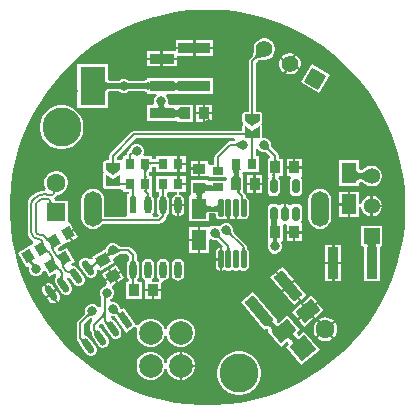
<source format=gbl>
G04*
G04 #@! TF.GenerationSoftware,Altium Limited,Altium Designer,25.1.2 (22)*
G04*
G04 Layer_Physical_Order=4*
G04 Layer_Color=16711680*
%FSLAX44Y44*%
%MOMM*%
G71*
G04*
G04 #@! TF.SameCoordinates,7166223C-B6ED-409E-8759-D5DD53971EAE*
G04*
G04*
G04 #@! TF.FilePolarity,Positive*
G04*
G01*
G75*
%ADD12C,0.2000*%
%ADD16R,0.8000X0.9500*%
%ADD20R,1.0500X0.9000*%
G04:AMPARAMS|DCode=23|XSize=1.05mm|YSize=0.9mm|CornerRadius=0mm|HoleSize=0mm|Usage=FLASHONLY|Rotation=210.000|XOffset=0mm|YOffset=0mm|HoleType=Round|Shape=Rectangle|*
%AMROTATEDRECTD23*
4,1,4,0.2297,0.6522,0.6797,-0.1272,-0.2297,-0.6522,-0.6797,0.1272,0.2297,0.6522,0.0*
%
%ADD23ROTATEDRECTD23*%

%ADD24R,0.9000X1.0500*%
%ADD30O,0.5000X0.4000*%
G04:AMPARAMS|DCode=31|XSize=0.95mm|YSize=0.8mm|CornerRadius=0mm|HoleSize=0mm|Usage=FLASHONLY|Rotation=120.000|XOffset=0mm|YOffset=0mm|HoleType=Round|Shape=Rectangle|*
%AMROTATEDRECTD31*
4,1,4,0.5839,-0.2114,-0.1089,-0.6114,-0.5839,0.2114,0.1089,0.6114,0.5839,-0.2114,0.0*
%
%ADD31ROTATEDRECTD31*%

%ADD56P,2.2627X4X265.0*%
%ADD57C,1.6000*%
%ADD58C,1.4000*%
%ADD63R,1.6000X1.6000*%
%ADD64P,1.9799X4X375.0*%
%ADD65C,0.4000*%
%ADD66C,0.5000*%
%ADD67C,3.3000*%
%ADD68C,1.3580*%
%ADD69C,2.0000*%
%ADD70R,1.3580X1.3580*%
%ADD71O,1.5000X3.0000*%
%ADD72C,0.8000*%
%ADD73C,0.6000*%
G04:AMPARAMS|DCode=74|XSize=1.4986mm|YSize=0.4318mm|CornerRadius=0.108mm|HoleSize=0mm|Usage=FLASHONLY|Rotation=270.000|XOffset=0mm|YOffset=0mm|HoleType=Round|Shape=RoundedRectangle|*
%AMROUNDEDRECTD74*
21,1,1.4986,0.2159,0,0,270.0*
21,1,1.2827,0.4318,0,0,270.0*
1,1,0.2159,-0.1080,-0.6414*
1,1,0.2159,-0.1080,0.6414*
1,1,0.2159,0.1080,0.6414*
1,1,0.2159,0.1080,-0.6414*
%
%ADD74ROUNDEDRECTD74*%
G04:AMPARAMS|DCode=75|XSize=0.6mm|YSize=1.45mm|CornerRadius=0mm|HoleSize=0mm|Usage=FLASHONLY|Rotation=35.000|XOffset=0mm|YOffset=0mm|HoleType=Round|Shape=Round|*
%AMOVALD75*
21,1,0.8500,0.6000,0.0000,0.0000,125.0*
1,1,0.6000,0.2438,-0.3481*
1,1,0.6000,-0.2438,0.3481*
%
%ADD75OVALD75*%

%ADD76R,1.2500X1.7500*%
%ADD77R,0.9542X2.7062*%
G04:AMPARAMS|DCode=78|XSize=0.9542mm|YSize=2.7062mm|CornerRadius=0mm|HoleSize=0mm|Usage=FLASHONLY|Rotation=220.000|XOffset=0mm|YOffset=0mm|HoleType=Round|Shape=Rectangle|*
%AMROTATEDRECTD78*
4,1,4,-0.5043,1.3432,1.2352,-0.7299,0.5043,-1.3432,-1.2352,0.7299,-0.5043,1.3432,0.0*
%
%ADD78ROTATEDRECTD78*%

G04:AMPARAMS|DCode=79|XSize=1.25mm|YSize=1.75mm|CornerRadius=0mm|HoleSize=0mm|Usage=FLASHONLY|Rotation=310.000|XOffset=0mm|YOffset=0mm|HoleType=Round|Shape=Rectangle|*
%AMROTATEDRECTD79*
4,1,4,-1.0720,-0.0837,0.2686,1.0412,1.0720,0.0837,-0.2686,-1.0412,-1.0720,-0.0837,0.0*
%
%ADD79ROTATEDRECTD79*%

G04:AMPARAMS|DCode=80|XSize=0.6mm|YSize=1.2mm|CornerRadius=0.15mm|HoleSize=0mm|Usage=FLASHONLY|Rotation=180.000|XOffset=0mm|YOffset=0mm|HoleType=Round|Shape=RoundedRectangle|*
%AMROUNDEDRECTD80*
21,1,0.6000,0.9000,0,0,180.0*
21,1,0.3000,1.2000,0,0,180.0*
1,1,0.3000,-0.1500,0.4500*
1,1,0.3000,0.1500,0.4500*
1,1,0.3000,0.1500,-0.4500*
1,1,0.3000,-0.1500,-0.4500*
%
%ADD80ROUNDEDRECTD80*%
%ADD81R,2.7062X0.9542*%
%ADD82R,2.1500X0.9000*%
%ADD83O,0.6000X1.4500*%
%ADD84R,0.9700X0.6700*%
%ADD85R,0.6000X1.4500*%
G04:AMPARAMS|DCode=86|XSize=0.6mm|YSize=1.45mm|CornerRadius=0mm|HoleSize=0mm|Usage=FLASHONLY|Rotation=35.000|XOffset=0mm|YOffset=0mm|HoleType=Round|Shape=Rectangle|*
%AMROTATEDRECTD86*
4,1,4,0.1701,-0.7660,-0.6616,0.4218,-0.1701,0.7660,0.6616,-0.4218,0.1701,-0.7660,0.0*
%
%ADD86ROTATEDRECTD86*%

%ADD87R,2.1500X3.2500*%
%ADD88C,0.3000*%
G36*
X197672Y347984D02*
X208542Y346553D01*
X219294Y344414D01*
X229884Y341577D01*
X240266Y338052D01*
X250395Y333857D01*
X260228Y329008D01*
X269723Y323526D01*
X278839Y317435D01*
X287537Y310761D01*
X295780Y303532D01*
X303532Y295780D01*
X310761Y287537D01*
X317435Y278839D01*
X323526Y269723D01*
X329008Y260228D01*
X333857Y250395D01*
X338052Y240266D01*
X341577Y229885D01*
X344414Y219294D01*
X346553Y208541D01*
X347984Y197672D01*
X348701Y186732D01*
Y175768D01*
X347984Y164828D01*
X346553Y153958D01*
X344414Y143205D01*
X341577Y132615D01*
X338052Y122234D01*
X333857Y112105D01*
X329008Y102272D01*
X323526Y92777D01*
X317435Y83661D01*
X310761Y74963D01*
X303532Y66720D01*
X295780Y58968D01*
X287537Y51739D01*
X278839Y45065D01*
X269723Y38974D01*
X260228Y33492D01*
X250395Y28643D01*
X240266Y24448D01*
X229885Y20923D01*
X219294Y18086D01*
X208541Y15947D01*
X197672Y14516D01*
X186732Y13799D01*
X181250Y13799D01*
X175768D01*
X164828Y14516D01*
X153958Y15947D01*
X143205Y18086D01*
X132615Y20923D01*
X122234Y24448D01*
X112105Y28643D01*
X102272Y33492D01*
X92777Y38974D01*
X83661Y45065D01*
X74963Y51739D01*
X66720Y58968D01*
X58968Y66720D01*
X51739Y74963D01*
X45065Y83661D01*
X38974Y92777D01*
X33492Y102272D01*
X28643Y112105D01*
X24448Y122234D01*
X20923Y132615D01*
X18086Y143205D01*
X15947Y153959D01*
X14516Y164828D01*
X13799Y175768D01*
X13799Y181250D01*
Y186732D01*
X14516Y197672D01*
X15947Y208542D01*
X18086Y219294D01*
X20923Y229884D01*
X24448Y240266D01*
X28643Y250395D01*
X33492Y260228D01*
X38974Y269723D01*
X45065Y278839D01*
X51739Y287537D01*
X58968Y295780D01*
X66720Y303532D01*
X74963Y310761D01*
X83661Y317435D01*
X92777Y323526D01*
X102272Y329008D01*
X112105Y333857D01*
X122234Y338052D01*
X132615Y341577D01*
X143205Y344414D01*
X153959Y346553D01*
X164828Y347984D01*
X175768Y348701D01*
X186732D01*
X197672Y347984D01*
D02*
G37*
%LPC*%
G36*
X185531Y323021D02*
X171000D01*
Y317250D01*
X185531D01*
Y323021D01*
D02*
G37*
G36*
X169000D02*
X154469D01*
Y317250D01*
X169000D01*
Y323021D01*
D02*
G37*
G36*
X185531Y315250D02*
X171000D01*
Y309479D01*
X185531D01*
Y315250D01*
D02*
G37*
G36*
X169000D02*
X154469D01*
Y313500D01*
X143250D01*
Y308000D01*
X155000D01*
Y309479D01*
X169000D01*
Y315250D01*
D02*
G37*
G36*
X141250Y313500D02*
X129500D01*
Y308000D01*
X141250D01*
Y313500D01*
D02*
G37*
G36*
X252060Y311784D02*
X249690Y311784D01*
X247401Y311170D01*
X245349Y309985D01*
X243673Y308310D01*
X243581Y308150D01*
X250509Y304149D01*
X254509Y311078D01*
X254349Y311170D01*
X252060Y311784D01*
D02*
G37*
G36*
X155000Y306000D02*
X143250D01*
Y300500D01*
X155000D01*
Y306000D01*
D02*
G37*
G36*
X141250D02*
X129500D01*
Y300500D01*
X141250D01*
Y306000D01*
D02*
G37*
G36*
X256241Y310078D02*
X252241Y303150D01*
X259169Y299149D01*
X259262Y299310D01*
X259875Y301599D01*
X259875Y303968D01*
X259262Y306257D01*
X258077Y308310D01*
X256401Y309985D01*
X256241Y310078D01*
D02*
G37*
G36*
X242581Y306418D02*
X242488Y306257D01*
X241875Y303968D01*
X241875Y301599D01*
X242488Y299310D01*
X243673Y297257D01*
X245349Y295582D01*
X245509Y295489D01*
X249509Y302418D01*
X242581Y306418D01*
D02*
G37*
G36*
X251241Y301418D02*
X247241Y294489D01*
X247401Y294397D01*
X249690Y293783D01*
X252060Y293783D01*
X254349Y294397D01*
X256401Y295582D01*
X258077Y297257D01*
X258169Y297418D01*
X251241Y301418D01*
D02*
G37*
G36*
X269231Y302578D02*
X260231Y286989D01*
X275820Y277989D01*
X284820Y293578D01*
X269231Y302578D01*
D02*
G37*
G36*
X96500Y302250D02*
X71000D01*
Y265750D01*
X96500D01*
Y278810D01*
X96517Y278973D01*
X96643Y279050D01*
X96923Y279164D01*
X97353Y279280D01*
X97927Y279376D01*
X98337Y279412D01*
X105916D01*
X106115Y279396D01*
X106119Y279396D01*
X106601Y278913D01*
X108806Y278000D01*
X111194D01*
X113399Y278913D01*
X113862Y279377D01*
X114414Y279412D01*
X127831D01*
X128127Y279391D01*
X128736Y279311D01*
X129205Y279212D01*
X129500Y279117D01*
Y277500D01*
X131487D01*
X131531Y277491D01*
X131574Y277500D01*
X137186D01*
X138015Y275500D01*
X136913Y274399D01*
X136000Y272194D01*
Y269806D01*
X136127Y269500D01*
X134791Y267500D01*
X129500D01*
Y254500D01*
X152926D01*
X152970Y254491D01*
X153013Y254500D01*
X155000D01*
X155500Y253750D01*
Y253750D01*
X168500D01*
Y268250D01*
X155500D01*
Y268250D01*
X155000Y267500D01*
X153013D01*
X152970Y267509D01*
X152926Y267500D01*
X149209D01*
X147873Y269500D01*
X148000Y269806D01*
Y272194D01*
X147086Y274399D01*
X145985Y275500D01*
X146814Y277500D01*
X152926D01*
X154469Y276979D01*
Y276979D01*
X156456D01*
X156500Y276971D01*
X156543Y276979D01*
X185531D01*
Y290521D01*
X156543D01*
X156500Y290529D01*
X156456Y290521D01*
X154469D01*
Y290521D01*
X152970Y290509D01*
X152926Y290500D01*
X131574D01*
X131531Y290509D01*
X131487Y290500D01*
X129500D01*
Y288883D01*
X129205Y288788D01*
X128768Y288696D01*
X127678Y288588D01*
X114084D01*
X113885Y288604D01*
X113881Y288604D01*
X113399Y289086D01*
X111194Y290000D01*
X108806D01*
X106601Y289086D01*
X106138Y288623D01*
X105586Y288588D01*
X98337D01*
X97927Y288624D01*
X97353Y288720D01*
X96923Y288836D01*
X96643Y288950D01*
X96517Y289027D01*
X96500Y289190D01*
Y302250D01*
D02*
G37*
G36*
X184500Y268250D02*
X179000D01*
Y262000D01*
X184500D01*
Y268250D01*
D02*
G37*
G36*
X177000D02*
X171500D01*
Y262000D01*
X177000D01*
Y268250D01*
D02*
G37*
G36*
X184500Y260000D02*
X179000D01*
Y253750D01*
X184500D01*
Y260000D01*
D02*
G37*
G36*
X177000D02*
X171500D01*
Y253750D01*
X177000D01*
Y260000D01*
D02*
G37*
G36*
X230409Y324283D02*
X228039Y324283D01*
X225751Y323670D01*
X223698Y322485D01*
X222023Y320810D01*
X220838Y318757D01*
X220224Y316468D01*
Y315415D01*
X220186Y315225D01*
X220180Y314226D01*
X220075Y312475D01*
X219984Y311778D01*
X219867Y311156D01*
X219731Y310634D01*
X219585Y310216D01*
X219438Y309903D01*
X219307Y309693D01*
X219303Y309688D01*
X216837Y307222D01*
X216174Y306230D01*
X215941Y305059D01*
X215941Y305059D01*
Y262039D01*
X212750D01*
X211970Y261884D01*
X211308Y261442D01*
X210866Y260780D01*
X210711Y260000D01*
Y254000D01*
X210754Y253784D01*
X210758Y253563D01*
X210783Y253506D01*
X210831Y253397D01*
X210866Y253220D01*
X211095Y252726D01*
X211197Y252111D01*
X210866Y250780D01*
X210823Y250564D01*
X210742Y250358D01*
X210746Y250177D01*
X210711Y250000D01*
Y246059D01*
X119000D01*
X117830Y245826D01*
X116837Y245163D01*
X116837Y245163D01*
X98837Y227163D01*
X98174Y226171D01*
X97941Y225000D01*
X97941Y225000D01*
Y221039D01*
X94750D01*
X93970Y220884D01*
X93308Y220442D01*
X92866Y219780D01*
X92711Y219000D01*
Y213000D01*
X92754Y212784D01*
X92758Y212563D01*
X92783Y212506D01*
X92831Y212397D01*
X92866Y212220D01*
X93169Y211000D01*
X92866Y209780D01*
X92823Y209564D01*
X92743Y209358D01*
X92746Y209177D01*
X92711Y209000D01*
Y199000D01*
X92866Y198220D01*
X93308Y197558D01*
X93970Y197116D01*
X94750Y196961D01*
X107250D01*
X107500Y197010D01*
X109044Y196135D01*
X109500Y195693D01*
Y194250D01*
X114941D01*
Y192250D01*
X113000D01*
Y175468D01*
X113000Y173750D01*
X111117Y173468D01*
X93582D01*
Y187500D01*
X93255Y189980D01*
X92298Y192291D01*
X90775Y194275D01*
X88791Y195798D01*
X86480Y196756D01*
X84000Y197082D01*
X81520Y196756D01*
X79209Y195798D01*
X77224Y194275D01*
X75702Y192291D01*
X74745Y189980D01*
X74418Y187500D01*
Y172500D01*
X74745Y170020D01*
X75702Y167709D01*
X77224Y165725D01*
X79209Y164202D01*
X81520Y163244D01*
X84000Y162918D01*
X86480Y163244D01*
X88791Y164202D01*
X90775Y165725D01*
X91961Y167270D01*
X92011Y167286D01*
X92144Y167317D01*
X92322Y167344D01*
X92401Y167351D01*
X140068D01*
X140068Y167351D01*
X141239Y167584D01*
X142231Y168247D01*
X145563Y171578D01*
X146226Y172571D01*
X146459Y173741D01*
X146459Y173741D01*
Y174314D01*
X146464Y174373D01*
X146490Y174539D01*
X146522Y174673D01*
X146557Y174779D01*
X146591Y174859D01*
X146599Y174874D01*
X147005Y175145D01*
X148110Y176799D01*
X148498Y178750D01*
Y187250D01*
X148110Y189201D01*
X147005Y190855D01*
X146813Y190983D01*
X146627Y193004D01*
X147873Y194250D01*
X150000Y194250D01*
X151500Y194250D01*
X155411D01*
X155608Y192250D01*
X154149Y191960D01*
X152495Y190855D01*
X151390Y189201D01*
X151002Y187250D01*
Y184000D01*
X156100D01*
X161198D01*
Y187250D01*
X160810Y189201D01*
X159705Y190855D01*
X158051Y191960D01*
X156592Y192250D01*
X156789Y194250D01*
X162500D01*
Y200000D01*
X156500D01*
Y201000D01*
X155500D01*
Y207750D01*
X151500D01*
X150000Y207750D01*
X148500Y207750D01*
X137500D01*
Y194250D01*
X140341D01*
Y191686D01*
X140336Y191627D01*
X140310Y191461D01*
X140278Y191327D01*
X140243Y191221D01*
X140209Y191141D01*
X140201Y191126D01*
X139795Y190855D01*
X138690Y189201D01*
X138302Y187250D01*
Y178750D01*
X138690Y176799D01*
X139795Y175145D01*
X138943Y173707D01*
X138705Y173468D01*
X135395D01*
X134886Y174251D01*
X134521Y175468D01*
X135410Y176799D01*
X135798Y178750D01*
Y187250D01*
X135410Y189201D01*
X134305Y190855D01*
X133899Y191126D01*
X133891Y191140D01*
X133856Y191221D01*
X133822Y191327D01*
X133790Y191461D01*
X133764Y191627D01*
X133759Y191686D01*
Y192406D01*
X133759Y192406D01*
X134500Y194250D01*
X134500D01*
Y207750D01*
X131559D01*
Y211250D01*
X134500D01*
Y215691D01*
X137500D01*
Y211250D01*
X148500D01*
X150000Y211250D01*
X151500Y211250D01*
X155500D01*
Y218000D01*
Y224750D01*
X151500D01*
X150000Y224750D01*
X148500Y224750D01*
X137500D01*
Y221809D01*
X134500D01*
Y224750D01*
X128002D01*
X126666Y226750D01*
X127000Y227556D01*
Y229944D01*
X126087Y232149D01*
X124399Y233836D01*
X122193Y234750D01*
X119806D01*
X117601Y233836D01*
X115913Y232149D01*
X115000Y229944D01*
Y229276D01*
X114609Y229015D01*
X114609Y229015D01*
X113337Y227743D01*
X112674Y226751D01*
X112441Y225580D01*
X110774Y224750D01*
X109500D01*
Y222307D01*
X109044Y221865D01*
X107500Y220989D01*
X107250Y221039D01*
X104059D01*
Y223733D01*
X120267Y239941D01*
X203576D01*
X204298Y239308D01*
X204733Y237941D01*
X204065Y237293D01*
X200514D01*
X200514Y237293D01*
X199344Y237061D01*
X198351Y236398D01*
X187837Y225883D01*
X187174Y224891D01*
X186941Y223720D01*
X186941Y223720D01*
Y217300D01*
X183250D01*
X183150Y217300D01*
X181250Y217542D01*
Y220500D01*
X175000D01*
Y214000D01*
Y207500D01*
X181150D01*
X181250Y207500D01*
X183150Y207258D01*
Y206600D01*
X196500D01*
X196850Y206600D01*
X197920Y206052D01*
Y204957D01*
X196147Y203400D01*
X185224D01*
X185180Y203409D01*
X185137Y203400D01*
X183150D01*
Y203400D01*
X181294Y203636D01*
X181250Y203675D01*
Y204500D01*
X166750D01*
Y191500D01*
X165750Y191000D01*
Y169500D01*
X182250D01*
Y175971D01*
X182305Y175993D01*
X182609Y176075D01*
X183035Y176146D01*
X183331Y176172D01*
X187087D01*
X187383Y176146D01*
X187809Y176075D01*
X188113Y175993D01*
X188129Y175987D01*
Y174431D01*
X188368Y173229D01*
X189048Y172210D01*
X190067Y171530D01*
X191269Y171291D01*
X193428D01*
X194629Y171530D01*
X195565Y172155D01*
X196502Y171530D01*
X197703Y171291D01*
X197783D01*
Y180844D01*
X199783D01*
Y171291D01*
X199862D01*
X201064Y171530D01*
X202000Y172155D01*
X202936Y171530D01*
X204138Y171291D01*
X204217D01*
Y180844D01*
X206217D01*
Y171291D01*
X206297D01*
X207498Y171530D01*
X208435Y172155D01*
X209371Y171530D01*
X210572Y171291D01*
X212731D01*
X213933Y171530D01*
X214952Y172210D01*
X215632Y173229D01*
X215871Y174431D01*
Y187257D01*
X215632Y188459D01*
X214952Y189478D01*
X213933Y190158D01*
X213559Y190233D01*
Y190753D01*
X213326Y191923D01*
X212663Y192915D01*
X211500Y194078D01*
Y208250D01*
X211025D01*
X210071Y210250D01*
X210881Y211250D01*
X212000Y211250D01*
X213500Y211250D01*
X224500D01*
Y224750D01*
X221809D01*
Y230793D01*
X223809Y231191D01*
X223913Y230938D01*
X225601Y229250D01*
X227806Y228337D01*
X228526D01*
X228610Y228312D01*
X229504Y228227D01*
X229811Y228174D01*
X230102Y228107D01*
X230352Y228031D01*
X230564Y227950D01*
X230737Y227867D01*
X230875Y227785D01*
X230927Y227747D01*
X234424Y224250D01*
X233596Y222250D01*
X232000D01*
Y207750D01*
X232000D01*
X232712Y206045D01*
X232794Y205750D01*
X232203Y204866D01*
X231931Y203500D01*
Y194500D01*
X232203Y193134D01*
X232977Y191977D01*
X234134Y191203D01*
X235500Y190931D01*
X238500D01*
X239866Y191203D01*
X241023Y191977D01*
X241797Y193134D01*
X242069Y194500D01*
Y203500D01*
X241797Y204866D01*
X241206Y205750D01*
X241517Y206863D01*
X242039Y207750D01*
X245000D01*
Y222250D01*
X241559D01*
Y224500D01*
X241326Y225671D01*
X240663Y226663D01*
X240663Y226663D01*
X235345Y231981D01*
X235312Y232027D01*
X235246Y232144D01*
X235183Y232288D01*
X235125Y232464D01*
X235075Y232677D01*
X235037Y232929D01*
X235014Y233220D01*
X235009Y233549D01*
X235028Y233971D01*
X235000Y234150D01*
Y235530D01*
X234087Y237736D01*
X232399Y239423D01*
X230194Y240337D01*
X227807D01*
X227289Y240683D01*
Y250000D01*
X227254Y250177D01*
X227257Y250358D01*
X227177Y250564D01*
X227134Y250780D01*
X226803Y252111D01*
X226905Y252726D01*
X227134Y253220D01*
X227169Y253397D01*
X227217Y253506D01*
X227242Y253563D01*
X227246Y253783D01*
X227289Y254000D01*
Y260000D01*
X227134Y260780D01*
X226692Y261442D01*
X226030Y261884D01*
X225250Y262039D01*
X222059D01*
Y303792D01*
X223629Y305362D01*
X223634Y305366D01*
X223844Y305498D01*
X224156Y305644D01*
X224575Y305790D01*
X225097Y305926D01*
X225719Y306043D01*
X226415Y306134D01*
X228167Y306239D01*
X229166Y306245D01*
X229356Y306284D01*
X230409D01*
X232698Y306897D01*
X234750Y308082D01*
X236426Y309757D01*
X237611Y311810D01*
X238224Y314099D01*
X238224Y316468D01*
X237611Y318757D01*
X236426Y320810D01*
X234750Y322485D01*
X232698Y323670D01*
X230409Y324283D01*
D02*
G37*
G36*
X59322Y267500D02*
X55678D01*
X52104Y266789D01*
X48737Y265394D01*
X45707Y263370D01*
X43130Y260793D01*
X41105Y257763D01*
X39711Y254396D01*
X39000Y250822D01*
Y247178D01*
X39711Y243604D01*
X41105Y240237D01*
X43130Y237207D01*
X45707Y234630D01*
X48737Y232605D01*
X52104Y231211D01*
X55678Y230500D01*
X59322D01*
X62896Y231211D01*
X66263Y232605D01*
X69293Y234630D01*
X71870Y237207D01*
X73895Y240237D01*
X75289Y243604D01*
X76000Y247178D01*
Y250822D01*
X75289Y254396D01*
X73895Y257763D01*
X71870Y260793D01*
X69293Y263370D01*
X66263Y265394D01*
X62896Y266789D01*
X59322Y267500D01*
D02*
G37*
G36*
X157500Y224750D02*
Y219000D01*
X162500D01*
Y224750D01*
X157500D01*
D02*
G37*
G36*
X261000Y222250D02*
X255500D01*
Y216000D01*
X261000D01*
Y222250D01*
D02*
G37*
G36*
X253500D02*
X248000D01*
Y216000D01*
X253500D01*
Y222250D01*
D02*
G37*
G36*
X173000Y220500D02*
X166750D01*
Y215000D01*
X173000D01*
Y220500D01*
D02*
G37*
G36*
X162500Y217000D02*
X157500D01*
Y211250D01*
X162500D01*
Y217000D01*
D02*
G37*
G36*
X173000Y213000D02*
X166750D01*
Y207500D01*
X173000D01*
Y213000D01*
D02*
G37*
G36*
X227500Y208250D02*
X222000D01*
Y202000D01*
X227500D01*
Y208250D01*
D02*
G37*
G36*
X220000D02*
X214500D01*
Y202000D01*
X220000D01*
Y208250D01*
D02*
G37*
G36*
X157500Y207750D02*
Y202000D01*
X162500D01*
Y207750D01*
X157500D01*
D02*
G37*
G36*
X309250Y221000D02*
X292750D01*
Y199500D01*
X309250D01*
Y201903D01*
X311000Y203067D01*
X311116Y203092D01*
X311487Y202992D01*
X311893Y202846D01*
X312279Y202670D01*
X312650Y202461D01*
X313008Y202218D01*
X313356Y201938D01*
X313750Y201565D01*
X313895Y201474D01*
X314603Y200766D01*
X316607Y199609D01*
X318843Y199010D01*
X321157D01*
X323393Y199609D01*
X325397Y200766D01*
X327034Y202403D01*
X328191Y204407D01*
X328790Y206643D01*
Y208957D01*
X328191Y211193D01*
X327034Y213197D01*
X325397Y214834D01*
X323393Y215991D01*
X321157Y216590D01*
X318843D01*
X316607Y215991D01*
X314603Y214834D01*
X313895Y214126D01*
X313750Y214035D01*
X313356Y213662D01*
X313008Y213382D01*
X312650Y213139D01*
X312279Y212930D01*
X311893Y212754D01*
X311487Y212608D01*
X311116Y212508D01*
X311000Y212533D01*
X309250Y213697D01*
Y221000D01*
D02*
G37*
G36*
X54317Y212000D02*
X51684D01*
X49140Y211318D01*
X46860Y210002D01*
X44998Y208140D01*
X43682Y205860D01*
X43000Y203316D01*
Y200683D01*
X43682Y198140D01*
X44145Y197337D01*
X43517Y196055D01*
X42958Y195402D01*
X42272Y195492D01*
X39922Y195183D01*
X39718Y195099D01*
X37907Y194438D01*
X37904Y194437D01*
X36208Y193429D01*
X33616Y192019D01*
X33594Y192001D01*
X33406Y191923D01*
X31526Y190480D01*
X30083Y188600D01*
X29176Y186411D01*
X28867Y184061D01*
X28886D01*
Y160249D01*
X28867D01*
X29176Y157899D01*
X30083Y155710D01*
X31526Y153830D01*
X33406Y152387D01*
X33466Y152362D01*
X33612Y150137D01*
X31808Y149096D01*
X30076Y148096D01*
X20550Y142596D01*
X27300Y130904D01*
X28294Y131479D01*
X28456Y131461D01*
X28721Y131399D01*
X28953Y131303D01*
X30000Y130193D01*
Y127807D01*
X30914Y125601D01*
X32601Y123913D01*
X34806Y123000D01*
X37194D01*
X39399Y123913D01*
X41087Y125601D01*
X41848Y127440D01*
X43101Y127776D01*
X43977Y127752D01*
X46921Y122654D01*
X52001Y125587D01*
X52952Y124980D01*
X53134Y122634D01*
X52431Y121900D01*
X51710Y120046D01*
X51754Y118058D01*
X52555Y116237D01*
X57430Y109274D01*
X58867Y107899D01*
X60721Y107178D01*
X62710Y107221D01*
X64530Y108022D01*
X65906Y109459D01*
X66627Y111313D01*
X66583Y113302D01*
X65782Y115122D01*
X61904Y120661D01*
X62147Y121193D01*
X64442Y121402D01*
X67833Y116559D01*
X69270Y115183D01*
X71124Y114462D01*
X73113Y114506D01*
X74933Y115307D01*
X76309Y116744D01*
X77030Y118597D01*
X76986Y120586D01*
X76185Y122407D01*
X71310Y129370D01*
X69873Y130745D01*
X68019Y131466D01*
X66031Y131423D01*
X65280Y133254D01*
X68571Y135154D01*
X61821Y146846D01*
X55338Y143103D01*
X54158Y144882D01*
X54615Y146829D01*
X59942Y149904D01*
X59942Y149904D01*
X61674Y150904D01*
X65138Y152904D01*
X61763Y158750D01*
X62629Y159250D01*
X62129Y160116D01*
X67325Y163116D01*
X64450Y168096D01*
X64450D01*
X63000Y168933D01*
Y187000D01*
X51719D01*
X51618Y187256D01*
X51386Y189000D01*
X52680Y189865D01*
X53785Y191518D01*
X53881Y192000D01*
X54317D01*
X56860Y192682D01*
X59140Y193998D01*
X61002Y195860D01*
X62319Y198140D01*
X63000Y200683D01*
Y203316D01*
X62319Y205860D01*
X61002Y208140D01*
X59140Y210002D01*
X56860Y211318D01*
X54317Y212000D01*
D02*
G37*
G36*
X227500Y200000D02*
X222000D01*
Y193750D01*
X227500D01*
Y200000D01*
D02*
G37*
G36*
X220000D02*
X214500D01*
Y193750D01*
X220000D01*
Y200000D01*
D02*
G37*
G36*
X261000Y214000D02*
X254500D01*
X248000D01*
Y207750D01*
X250961D01*
X251483Y206863D01*
X251794Y205750D01*
X251203Y204866D01*
X250931Y203500D01*
Y194500D01*
X251203Y193134D01*
X251977Y191977D01*
X253134Y191203D01*
X254500Y190931D01*
X257500D01*
X258866Y191203D01*
X260023Y191977D01*
X260797Y193134D01*
X261069Y194500D01*
Y203500D01*
X260797Y204866D01*
X260206Y205750D01*
X260281Y206018D01*
X261000Y207750D01*
X261000Y207750D01*
X261000Y207750D01*
Y214000D01*
D02*
G37*
G36*
X300000Y194500D02*
X292750D01*
Y184750D01*
X300000D01*
Y194500D01*
D02*
G37*
G36*
X321157Y191190D02*
X321000D01*
Y183400D01*
X328790D01*
Y183557D01*
X328191Y185793D01*
X327034Y187797D01*
X325397Y189434D01*
X323393Y190591D01*
X321157Y191190D01*
D02*
G37*
G36*
X257500Y184069D02*
X254500D01*
X253134Y183797D01*
X251977Y183023D01*
X250523D01*
X249366Y183797D01*
X248000Y184069D01*
X247500D01*
Y176000D01*
X245500D01*
Y184069D01*
X245000D01*
X243634Y183797D01*
X242477Y183023D01*
X241023D01*
X239866Y183797D01*
X238500Y184069D01*
X235500D01*
X234134Y183797D01*
X232977Y183023D01*
X232203Y181866D01*
X231931Y180500D01*
Y171500D01*
X232203Y170134D01*
X232472Y169731D01*
X232504Y169652D01*
X232579Y169536D01*
X232610Y169471D01*
X232654Y169345D01*
X232675Y169250D01*
X232000Y167250D01*
X232000D01*
Y165271D01*
X231991Y165228D01*
X232000Y165184D01*
Y152750D01*
X232000Y152750D01*
X232718Y150750D01*
X232125Y149319D01*
Y146931D01*
X233038Y144726D01*
X234726Y143038D01*
X236931Y142125D01*
X239319D01*
X241524Y143038D01*
X243212Y144726D01*
X244125Y146931D01*
Y149319D01*
X243532Y150750D01*
X244516Y152596D01*
X244704Y152750D01*
X245000D01*
Y166474D01*
X246500Y167329D01*
X248000Y166474D01*
Y161000D01*
X254500D01*
X261000D01*
Y167250D01*
X261000D01*
X260288Y168955D01*
X260206Y169250D01*
X260797Y170134D01*
X261069Y171500D01*
Y180500D01*
X260797Y181866D01*
X260023Y183023D01*
X258866Y183797D01*
X257500Y184069D01*
D02*
G37*
G36*
X161198Y182000D02*
X157100D01*
Y173851D01*
X158051Y174040D01*
X159705Y175145D01*
X160810Y176799D01*
X161198Y178750D01*
Y182000D01*
D02*
G37*
G36*
X155100D02*
X151002D01*
Y178750D01*
X151390Y176799D01*
X152495Y175145D01*
X154149Y174040D01*
X155100Y173851D01*
Y182000D01*
D02*
G37*
G36*
X328790Y181400D02*
X321000D01*
Y173610D01*
X321157D01*
X323393Y174209D01*
X325397Y175366D01*
X327034Y177003D01*
X328191Y179007D01*
X328790Y181243D01*
Y181400D01*
D02*
G37*
G36*
X309250Y194500D02*
X302000D01*
Y183750D01*
Y173000D01*
X309250D01*
Y181146D01*
X311210Y181243D01*
X311809Y179007D01*
X312966Y177003D01*
X314603Y175366D01*
X316607Y174209D01*
X318843Y173610D01*
X319000D01*
Y182400D01*
Y191190D01*
X318843D01*
X316607Y190591D01*
X314603Y189434D01*
X312966Y187797D01*
X311809Y185793D01*
X311210Y183557D01*
X309250Y183654D01*
Y194500D01*
D02*
G37*
G36*
X300000Y182750D02*
X292750D01*
Y173000D01*
X300000D01*
Y182750D01*
D02*
G37*
G36*
X198193Y168000D02*
X195807D01*
X193601Y167087D01*
X191914Y165399D01*
X189708Y165302D01*
X188432Y165831D01*
X186045D01*
X184143Y165043D01*
X182250Y164500D01*
X182250Y164500D01*
X182250Y164500D01*
X175000D01*
Y153750D01*
Y143000D01*
X182250D01*
Y153720D01*
X184250Y154574D01*
X186045Y153831D01*
X187068D01*
X187250Y153792D01*
X187687Y153786D01*
X188038Y153762D01*
X188350Y153723D01*
X188622Y153671D01*
X188855Y153609D01*
X189049Y153540D01*
X189208Y153467D01*
X189336Y153393D01*
X189385Y153358D01*
X194135Y148608D01*
X193622Y147230D01*
X193348Y146888D01*
Y137156D01*
Y127603D01*
X193428D01*
X194629Y127842D01*
X195565Y128467D01*
X196502Y127842D01*
X197703Y127603D01*
X199862D01*
X201064Y127842D01*
X202000Y128467D01*
X202936Y127842D01*
X204138Y127603D01*
X206297D01*
X207498Y127842D01*
X208435Y128467D01*
X209371Y127842D01*
X210572Y127603D01*
X212731D01*
X213933Y127842D01*
X214952Y128522D01*
X215632Y129541D01*
X215871Y130743D01*
Y143569D01*
X215632Y144771D01*
X215265Y145321D01*
X215261Y145333D01*
X215243Y145354D01*
X214952Y145790D01*
X214771Y145911D01*
X214759Y145947D01*
X214735Y146057D01*
X214713Y146211D01*
X214711Y146240D01*
Y147348D01*
X214478Y148518D01*
X213815Y149511D01*
X203473Y159853D01*
X203437Y159902D01*
X203364Y160030D01*
X203291Y160189D01*
X203222Y160383D01*
X203159Y160617D01*
X203113Y160858D01*
X203045Y161580D01*
X203039Y161989D01*
X203000Y162170D01*
Y163193D01*
X202087Y165399D01*
X200399Y167087D01*
X198193Y168000D01*
D02*
G37*
G36*
X276000Y197082D02*
X273520Y196756D01*
X271209Y195798D01*
X269225Y194275D01*
X267702Y192291D01*
X266745Y189980D01*
X266418Y187500D01*
Y172500D01*
X266745Y170020D01*
X267702Y167709D01*
X269225Y165725D01*
X271209Y164202D01*
X273520Y163244D01*
X276000Y162918D01*
X278480Y163244D01*
X280791Y164202D01*
X282775Y165725D01*
X284298Y167709D01*
X285256Y170020D01*
X285582Y172500D01*
Y187500D01*
X285256Y189980D01*
X284298Y192291D01*
X282775Y194275D01*
X280791Y195798D01*
X278480Y196756D01*
X276000Y197082D01*
D02*
G37*
G36*
X173000Y164500D02*
X165750D01*
Y154750D01*
X173000D01*
Y164500D01*
D02*
G37*
G36*
X68325Y161384D02*
X63995Y158884D01*
X66870Y153904D01*
X71200Y156404D01*
X68325Y161384D01*
D02*
G37*
G36*
X261000Y159000D02*
X255500D01*
Y152750D01*
X261000D01*
Y159000D01*
D02*
G37*
G36*
X253500D02*
X248000D01*
Y152750D01*
X253500D01*
Y159000D01*
D02*
G37*
G36*
X173000Y152750D02*
X165750D01*
Y143000D01*
X173000D01*
Y152750D01*
D02*
G37*
G36*
X191348Y146709D02*
X191269D01*
X190067Y146470D01*
X189048Y145790D01*
X188368Y144771D01*
X188129Y143569D01*
Y138156D01*
X191348D01*
Y146709D01*
D02*
G37*
G36*
X294521Y149531D02*
X288750D01*
Y135000D01*
X294521D01*
Y149531D01*
D02*
G37*
G36*
X286750D02*
X280979D01*
Y135000D01*
X286750D01*
Y149531D01*
D02*
G37*
G36*
X191348Y136156D02*
X188129D01*
Y130743D01*
X188368Y129541D01*
X189048Y128522D01*
X190067Y127842D01*
X191269Y127603D01*
X191348D01*
Y136156D01*
D02*
G37*
G36*
X104029Y132326D02*
X98616Y129201D01*
X101366Y124438D01*
X106779Y127563D01*
X104029Y132326D01*
D02*
G37*
G36*
X96884Y128201D02*
X91471Y125076D01*
X94221Y120313D01*
X99634Y123438D01*
X96884Y128201D01*
D02*
G37*
G36*
X156100Y137848D02*
X154149Y137460D01*
X152495Y136355D01*
X151390Y134701D01*
X151002Y132750D01*
Y124250D01*
X151390Y122299D01*
X152495Y120645D01*
X154149Y119540D01*
X156100Y119152D01*
X158051Y119540D01*
X159705Y120645D01*
X160810Y122299D01*
X161198Y124250D01*
Y132750D01*
X160810Y134701D01*
X159705Y136355D01*
X158051Y137460D01*
X156100Y137848D01*
D02*
G37*
G36*
X328790Y165790D02*
X311210D01*
Y148210D01*
X311702D01*
X313470Y147500D01*
X313479Y147457D01*
Y118469D01*
X327021D01*
Y147457D01*
X327029Y147500D01*
X328790Y148210D01*
Y165790D01*
D02*
G37*
G36*
X294521Y133000D02*
X288750D01*
Y118469D01*
X294521D01*
Y133000D01*
D02*
G37*
G36*
X286750D02*
X280979D01*
Y118469D01*
X286750D01*
Y133000D01*
D02*
G37*
G36*
X143400Y137848D02*
X141449Y137460D01*
X139795Y136355D01*
X138690Y134701D01*
X138302Y132750D01*
Y124250D01*
X138690Y122299D01*
X139795Y120645D01*
X140387Y120250D01*
X139780Y118250D01*
X134320D01*
X133713Y120250D01*
X134305Y120645D01*
X135410Y122299D01*
X135798Y124250D01*
Y132750D01*
X135410Y134701D01*
X134305Y136355D01*
X132651Y137460D01*
X130700Y137848D01*
X128749Y137460D01*
X127095Y136355D01*
X125990Y134701D01*
X125602Y132750D01*
Y124250D01*
X125990Y122299D01*
X127095Y120645D01*
X127998Y120042D01*
X128500Y118250D01*
X128500Y117550D01*
Y112000D01*
X135000D01*
X141500D01*
Y117491D01*
X143102Y119211D01*
X143400Y119152D01*
X145351Y119540D01*
X147005Y120645D01*
X148110Y122299D01*
X148498Y124250D01*
Y132750D01*
X148110Y134701D01*
X147005Y136355D01*
X145351Y137460D01*
X143400Y137848D01*
D02*
G37*
G36*
X107779Y125831D02*
X102366Y122706D01*
X105116Y117943D01*
X110529Y121068D01*
X107779Y125831D01*
D02*
G37*
G36*
X244652Y130695D02*
X240231Y126986D01*
X249571Y115854D01*
X253992Y119564D01*
X244652Y130695D01*
D02*
G37*
G36*
X238699Y125700D02*
X234278Y121991D01*
X243619Y110859D01*
X248039Y114569D01*
X238699Y125700D01*
D02*
G37*
G36*
X47213Y116897D02*
X45224Y116854D01*
X44337Y116463D01*
X49011Y109788D01*
X52368Y112139D01*
X50504Y114801D01*
X49067Y116176D01*
X47213Y116897D01*
D02*
G37*
G36*
X42698Y115316D02*
X42028Y114616D01*
X41307Y112762D01*
X41350Y110773D01*
X42151Y108953D01*
X44016Y106290D01*
X47372Y108641D01*
X42698Y115316D01*
D02*
G37*
G36*
X141500Y110000D02*
X136000D01*
Y103750D01*
X141500D01*
Y110000D01*
D02*
G37*
G36*
X134000D02*
X128500D01*
Y103750D01*
X134000D01*
Y110000D01*
D02*
G37*
G36*
X102193Y151000D02*
X99806D01*
X97601Y150086D01*
X95913Y148399D01*
X95000Y146194D01*
Y145588D01*
X83471Y138932D01*
X84046Y137937D01*
X83670Y137346D01*
X83057Y137129D01*
X81182Y137163D01*
X80276Y138029D01*
X78422Y138750D01*
X76434Y138707D01*
X74613Y137906D01*
X73238Y136469D01*
X72517Y134615D01*
X72560Y132627D01*
X73361Y130806D01*
X78237Y123843D01*
X79673Y122468D01*
X81527Y121747D01*
X83516Y121790D01*
X85337Y122591D01*
X86712Y124028D01*
X87433Y125882D01*
X87390Y127871D01*
X87190Y128324D01*
X87254Y128381D01*
X89798Y127974D01*
X89971Y127674D01*
X102529Y134924D01*
X101330Y137000D01*
X102077Y138730D01*
X102429Y139097D01*
X104399Y139913D01*
X105122Y140637D01*
X105278Y140738D01*
X105591Y141043D01*
X105857Y141275D01*
X106104Y141468D01*
X106334Y141623D01*
X106542Y141743D01*
X106729Y141832D01*
X106893Y141893D01*
X107035Y141931D01*
X107096Y141941D01*
X112733D01*
X114941Y139733D01*
Y137186D01*
X114936Y137127D01*
X114910Y136961D01*
X114878Y136827D01*
X114843Y136721D01*
X114809Y136641D01*
X114801Y136626D01*
X114395Y136355D01*
X113290Y134701D01*
X112902Y132750D01*
Y124250D01*
X113290Y122299D01*
X114395Y120645D01*
X114801Y120374D01*
X114809Y120359D01*
X114844Y120279D01*
X114878Y120173D01*
X114802Y119867D01*
X113962Y118537D01*
X113752Y118250D01*
X112500D01*
Y103750D01*
X125500D01*
Y118250D01*
X122248D01*
X122038Y118537D01*
X121199Y119867D01*
X121122Y120173D01*
X121157Y120279D01*
X121191Y120359D01*
X121199Y120374D01*
X121605Y120645D01*
X122710Y122299D01*
X123098Y124250D01*
Y132750D01*
X122710Y134701D01*
X121605Y136355D01*
X121199Y136626D01*
X121191Y136640D01*
X121157Y136721D01*
X121122Y136827D01*
X121090Y136961D01*
X121064Y137127D01*
X121059Y137186D01*
Y141000D01*
X120826Y142171D01*
X120163Y143163D01*
X120163Y143163D01*
X116163Y147163D01*
X115170Y147826D01*
X114000Y148059D01*
X114000Y148059D01*
X107096D01*
X107035Y148069D01*
X106893Y148107D01*
X106729Y148168D01*
X106542Y148257D01*
X106334Y148377D01*
X106130Y148515D01*
X105571Y148977D01*
X105278Y149262D01*
X105122Y149363D01*
X104399Y150086D01*
X102193Y151000D01*
D02*
G37*
G36*
X255278Y118031D02*
X250857Y114322D01*
X260197Y103191D01*
X264618Y106900D01*
X255278Y118031D01*
D02*
G37*
G36*
X53515Y110500D02*
X50158Y108150D01*
X54832Y101474D01*
X55503Y102175D01*
X56223Y104029D01*
X56180Y106017D01*
X55379Y107838D01*
X53515Y110500D01*
D02*
G37*
G36*
X48520Y107002D02*
X45163Y104652D01*
X47027Y101990D01*
X48464Y100614D01*
X50318Y99893D01*
X52306Y99937D01*
X53194Y100327D01*
X48520Y107002D01*
D02*
G37*
G36*
X249325Y113036D02*
X244904Y109327D01*
X254245Y98196D01*
X258665Y101905D01*
X249325Y113036D01*
D02*
G37*
G36*
X100634Y121706D02*
X95221Y118581D01*
X96134Y117000D01*
X94979Y115000D01*
X94806D01*
X92601Y114087D01*
X90913Y112399D01*
X90000Y110194D01*
Y107807D01*
X90913Y105601D01*
X90974Y105541D01*
X90941Y105376D01*
X90941Y105376D01*
Y96874D01*
X88941Y96476D01*
X88636Y97214D01*
X86948Y98902D01*
X84742Y99815D01*
X82355D01*
X80150Y98902D01*
X78463Y97214D01*
X77549Y95008D01*
Y93298D01*
X77540Y93219D01*
X77549Y93104D01*
Y92621D01*
X77578Y92552D01*
X77579Y92493D01*
X77565Y92217D01*
X77535Y91979D01*
X77493Y91781D01*
X77442Y91616D01*
X77385Y91483D01*
X77324Y91373D01*
X77293Y91329D01*
X71125Y85161D01*
X70462Y84169D01*
X70229Y82999D01*
X70229Y82998D01*
Y70489D01*
X70229Y70489D01*
X70462Y69318D01*
X71125Y68326D01*
X72054Y67397D01*
X72146Y67296D01*
X72265Y67145D01*
X72375Y66987D01*
X72463Y66844D01*
X72530Y66715D01*
X72579Y66601D01*
X72601Y66538D01*
X72610Y66129D01*
X73411Y64309D01*
X78287Y57346D01*
X79724Y55971D01*
X81578Y55250D01*
X83566Y55293D01*
X85387Y56094D01*
X86762Y57531D01*
X87483Y59385D01*
X87440Y61374D01*
X86639Y63194D01*
X81763Y70157D01*
X80326Y71532D01*
X78473Y72253D01*
X78347Y72251D01*
X76347Y74168D01*
Y81732D01*
X81771Y87156D01*
X81824Y87195D01*
X81953Y87273D01*
X82923Y87424D01*
X83158Y87263D01*
X83433Y86258D01*
X83258Y84584D01*
X82837Y84163D01*
X82174Y83170D01*
X81941Y82000D01*
X81941Y82000D01*
Y77689D01*
X81941Y77689D01*
X82174Y76518D01*
X82837Y75526D01*
X82970Y75393D01*
X83014Y73414D01*
X83815Y71593D01*
X88690Y64630D01*
X90127Y63255D01*
X91981Y62534D01*
X93969Y62577D01*
X95790Y63379D01*
X97166Y64815D01*
X97887Y66669D01*
X97843Y68658D01*
X97042Y70479D01*
X92167Y77441D01*
X90730Y78817D01*
X89457Y79312D01*
X88861Y80961D01*
X88858Y81162D01*
X90407Y82597D01*
X92490Y82336D01*
X92861Y81966D01*
X92953Y81865D01*
X93071Y81714D01*
X93182Y81556D01*
X93269Y81412D01*
X93336Y81284D01*
X93386Y81170D01*
X93408Y81107D01*
X93417Y80698D01*
X94218Y78878D01*
X99093Y71915D01*
X100530Y70539D01*
X102384Y69819D01*
X104373Y69862D01*
X106193Y70663D01*
X107569Y72100D01*
X108290Y73954D01*
X108246Y75942D01*
X107445Y77763D01*
X102570Y84726D01*
X101133Y86101D01*
X100040Y86526D01*
X99370Y88350D01*
X99807Y89000D01*
X102193D01*
X102452Y89107D01*
X102667Y89124D01*
X102965Y88698D01*
X102982Y88659D01*
X103015Y88627D01*
X112445Y75160D01*
X119121Y79835D01*
X120068Y80498D01*
X120702Y80184D01*
X121702Y79200D01*
X121000Y76580D01*
Y73420D01*
X121818Y70368D01*
X123398Y67632D01*
X125632Y65398D01*
X128368Y63818D01*
X131420Y63000D01*
X134580D01*
X137632Y63818D01*
X140368Y65398D01*
X142602Y67632D01*
X144182Y70368D01*
X144665Y72169D01*
X146735D01*
X147218Y70368D01*
X148798Y67632D01*
X151032Y65398D01*
X153768Y63818D01*
X156820Y63000D01*
X159980D01*
X163032Y63818D01*
X165768Y65398D01*
X168002Y67632D01*
X169582Y70368D01*
X170400Y73420D01*
Y76580D01*
X169582Y79632D01*
X168002Y82368D01*
X165768Y84602D01*
X163032Y86182D01*
X159980Y87000D01*
X156820D01*
X153768Y86182D01*
X151032Y84602D01*
X148798Y82368D01*
X147218Y79632D01*
X146735Y77831D01*
X144665D01*
X144182Y79632D01*
X142602Y82368D01*
X140368Y84602D01*
X137632Y86182D01*
X134580Y87000D01*
X131420D01*
X128368Y86182D01*
X125632Y84602D01*
X123398Y82368D01*
X122534Y80872D01*
X120418Y81207D01*
X119654Y82298D01*
X110025Y96050D01*
X109120Y95416D01*
X108247Y95462D01*
X107093Y96139D01*
X106942Y96333D01*
X106087Y98399D01*
X104399Y100086D01*
X102193Y101000D01*
X100169D01*
X99247Y101594D01*
X98339Y102557D01*
X98433Y103514D01*
X99399Y103913D01*
X101087Y105601D01*
X102000Y107807D01*
Y110194D01*
X101087Y112399D01*
X100511Y112974D01*
X100840Y115474D01*
X103384Y116943D01*
X100634Y121706D01*
D02*
G37*
G36*
X269082Y106747D02*
X261613Y100480D01*
X266273Y94926D01*
X273742Y101193D01*
X269082Y106747D01*
D02*
G37*
G36*
X275028Y99661D02*
X267559Y93394D01*
X272219Y87840D01*
X279688Y94107D01*
X275028Y99661D01*
D02*
G37*
G36*
X260081Y99194D02*
X252612Y92927D01*
X257272Y87373D01*
X264741Y93640D01*
X260081Y99194D01*
D02*
G37*
G36*
X266027Y92108D02*
X258558Y85841D01*
X263218Y80287D01*
X270687Y86554D01*
X266027Y92108D01*
D02*
G37*
G36*
X280560Y88077D02*
X277967Y87619D01*
X275581Y86507D01*
X275338Y86303D01*
X281123Y79409D01*
X288018Y85194D01*
X287814Y85436D01*
X285657Y86947D01*
X283183Y87847D01*
X280560Y88077D01*
D02*
G37*
G36*
X273806Y85018D02*
X273564Y84814D01*
X272053Y82657D01*
X271153Y80183D01*
X270923Y77560D01*
X271381Y74967D01*
X272493Y72581D01*
X272697Y72338D01*
X279591Y78123D01*
X273806Y85018D01*
D02*
G37*
G36*
X289303Y83662D02*
X282409Y77877D01*
X288194Y70982D01*
X288436Y71186D01*
X289947Y73343D01*
X290847Y75817D01*
X291077Y78440D01*
X290619Y81033D01*
X289507Y83419D01*
X289303Y83662D01*
D02*
G37*
G36*
X280877Y76591D02*
X273982Y70806D01*
X274186Y70564D01*
X276343Y69053D01*
X278817Y68153D01*
X281440Y67923D01*
X284033Y68381D01*
X286419Y69493D01*
X286662Y69697D01*
X280877Y76591D01*
D02*
G37*
G36*
X157400Y59000D02*
X156820D01*
X153768Y58182D01*
X151032Y56602D01*
X148798Y54368D01*
X147218Y51632D01*
X146735Y49831D01*
X144665D01*
X144182Y51632D01*
X142602Y54368D01*
X140368Y56602D01*
X137632Y58182D01*
X134580Y59000D01*
X131420D01*
X128368Y58182D01*
X125632Y56602D01*
X123398Y54368D01*
X121818Y51632D01*
X121000Y48580D01*
Y45420D01*
X121818Y42368D01*
X123398Y39632D01*
X125632Y37398D01*
X128368Y35818D01*
X131420Y35000D01*
X134580D01*
X137632Y35818D01*
X140368Y37398D01*
X142602Y39632D01*
X144182Y42368D01*
X144665Y44169D01*
X146735D01*
X147218Y42368D01*
X148798Y39632D01*
X151032Y37398D01*
X153768Y35818D01*
X156820Y35000D01*
X157400D01*
Y47000D01*
Y59000D01*
D02*
G37*
G36*
X159980D02*
X159400D01*
Y48000D01*
X170400D01*
Y48580D01*
X169582Y51632D01*
X168002Y54368D01*
X165768Y56602D01*
X163032Y58182D01*
X159980Y59000D01*
D02*
G37*
G36*
X219755Y109804D02*
X209382Y101100D01*
X229348Y77305D01*
X230687Y78428D01*
X231218Y78374D01*
X232002Y77922D01*
X232312Y75893D01*
Y75893D01*
X242918Y63253D01*
X248199Y67685D01*
X249677Y67018D01*
X249871Y64934D01*
X247761Y63163D01*
X260616Y47842D01*
X275937Y60698D01*
X263081Y76019D01*
X258949Y72551D01*
X257472Y73218D01*
X257277Y75302D01*
X259388Y77073D01*
X248782Y89713D01*
X241411Y83528D01*
X240881Y83582D01*
X240096Y84034D01*
X239722Y86010D01*
Y86009D01*
X219755Y109804D01*
D02*
G37*
G36*
X170400Y46000D02*
X159400D01*
Y35000D01*
X159980D01*
X163032Y35818D01*
X165768Y37398D01*
X168002Y39632D01*
X169582Y42368D01*
X170400Y45420D01*
Y46000D01*
D02*
G37*
G36*
X209572Y59250D02*
X205928D01*
X202354Y58539D01*
X198987Y57144D01*
X195957Y55120D01*
X193380Y52543D01*
X191355Y49513D01*
X189961Y46146D01*
X189250Y42572D01*
Y38928D01*
X189961Y35354D01*
X191355Y31987D01*
X193380Y28957D01*
X195957Y26380D01*
X198987Y24355D01*
X202354Y22961D01*
X205928Y22250D01*
X209572D01*
X213146Y22961D01*
X216513Y24355D01*
X219543Y26380D01*
X222120Y28957D01*
X224144Y31987D01*
X225539Y35354D01*
X226250Y38928D01*
Y42572D01*
X225539Y46146D01*
X224144Y49513D01*
X222120Y52543D01*
X219543Y55120D01*
X216513Y57144D01*
X213146Y58539D01*
X209572Y59250D01*
D02*
G37*
%LPD*%
G36*
X156500Y286434D02*
X157020Y286396D01*
X157970Y286375D01*
Y281375D01*
X157020Y281357D01*
X156500Y281309D01*
Y279010D01*
X156449Y279459D01*
X156299Y279861D01*
X156049Y280216D01*
X155700Y280523D01*
X155250Y280784D01*
X154699Y280997D01*
X154588Y281025D01*
X154220Y280914D01*
X153770Y280711D01*
X153420Y280471D01*
X153169Y280194D01*
X153020Y279881D01*
X152970Y279531D01*
Y281308D01*
X152450Y281351D01*
X151500Y281375D01*
Y286375D01*
X152450Y286396D01*
X152970Y286451D01*
Y288470D01*
X153020Y288072D01*
X153169Y287715D01*
X153420Y287401D01*
X153770Y287129D01*
X154220Y286899D01*
X154729Y286724D01*
X155250Y286904D01*
X155700Y287136D01*
X156049Y287411D01*
X156299Y287729D01*
X156449Y288088D01*
X156500Y288490D01*
Y286434D01*
D02*
G37*
G36*
X112936Y286743D02*
X113057Y286692D01*
X113220Y286647D01*
X113424Y286608D01*
X113670Y286575D01*
X114286Y286527D01*
X115522Y286500D01*
Y281500D01*
X115069Y281497D01*
X113424Y281392D01*
X113220Y281353D01*
X113057Y281308D01*
X112936Y281257D01*
X112857Y281200D01*
Y286800D01*
X112936Y286743D01*
D02*
G37*
G36*
X107143Y281200D02*
X107064Y281257D01*
X106943Y281308D01*
X106780Y281353D01*
X106576Y281392D01*
X106330Y281425D01*
X105714Y281473D01*
X104478Y281500D01*
X104478Y286500D01*
X104931Y286503D01*
X106576Y286608D01*
X106780Y286647D01*
X106943Y286692D01*
X107064Y286743D01*
X107143Y286800D01*
X107143Y281200D01*
D02*
G37*
G36*
X131531Y279531D02*
X131481Y279905D01*
X131330Y280240D01*
X131081Y280535D01*
X130730Y280791D01*
X130281Y281008D01*
X129731Y281185D01*
X129080Y281323D01*
X128330Y281421D01*
X127480Y281480D01*
X126531Y281500D01*
Y286500D01*
X127480Y286520D01*
X129080Y286677D01*
X129731Y286815D01*
X130281Y286992D01*
X130730Y287209D01*
X131081Y287465D01*
X131330Y287761D01*
X131481Y288095D01*
X131531Y288470D01*
Y279531D01*
D02*
G37*
G36*
X94520Y288525D02*
X94670Y288100D01*
X94920Y287725D01*
X95269Y287400D01*
X95719Y287125D01*
X96270Y286900D01*
X96919Y286725D01*
X97669Y286600D01*
X98519Y286525D01*
X99469Y286500D01*
Y281500D01*
X98519Y281475D01*
X97669Y281400D01*
X96919Y281275D01*
X96270Y281100D01*
X95719Y280875D01*
X95269Y280600D01*
X94920Y280275D01*
X94670Y279900D01*
X94520Y279475D01*
X94469Y279000D01*
Y289000D01*
X94520Y288525D01*
D02*
G37*
G36*
X144020Y268709D02*
X144070Y268143D01*
X144800D01*
X144648Y267972D01*
X144512Y267772D01*
X144392Y267543D01*
X144288Y267286D01*
X144250Y267164D01*
X144320Y266905D01*
X144500Y266462D01*
X144720Y266099D01*
X144980Y265815D01*
X145280Y265610D01*
X145620Y265485D01*
X146000Y265439D01*
X144012D01*
X144000Y265136D01*
X140000D01*
X139994Y265439D01*
X138000D01*
X138380Y265485D01*
X138720Y265610D01*
X139020Y265815D01*
X139280Y266099D01*
X139500Y266462D01*
X139680Y266905D01*
X139749Y267164D01*
X139712Y267286D01*
X139608Y267543D01*
X139488Y267772D01*
X139352Y267972D01*
X139200Y268143D01*
X139930D01*
X139980Y268709D01*
X140000Y269470D01*
X144000D01*
X144020Y268709D01*
D02*
G37*
G36*
X157561Y263508D02*
X157970Y263500D01*
Y258500D01*
X157561Y258492D01*
Y256000D01*
X157505Y256475D01*
X157350Y256900D01*
X157095Y257275D01*
X156742Y257600D01*
X156288Y257875D01*
X155735Y258100D01*
X155132Y258262D01*
X154769Y258185D01*
X154220Y258008D01*
X153770Y257791D01*
X153420Y257535D01*
X153169Y257239D01*
X153020Y256905D01*
X152970Y256530D01*
Y258489D01*
X152530Y258500D01*
Y263500D01*
X152970Y263512D01*
Y265469D01*
X153020Y265095D01*
X153169Y264760D01*
X153420Y264465D01*
X153770Y264209D01*
X154220Y263992D01*
X154769Y263815D01*
X155132Y263738D01*
X155735Y263900D01*
X156288Y264125D01*
X156742Y264400D01*
X157095Y264725D01*
X157350Y265100D01*
X157505Y265525D01*
X157561Y266000D01*
Y263508D01*
D02*
G37*
G36*
X229154Y308284D02*
X228100Y308278D01*
X226223Y308165D01*
X225399Y308058D01*
X224651Y307917D01*
X223980Y307743D01*
X223386Y307534D01*
X222868Y307292D01*
X222427Y307017D01*
X222063Y306708D01*
X220648Y308122D01*
X220958Y308486D01*
X221233Y308927D01*
X221475Y309445D01*
X221684Y310039D01*
X221858Y310710D01*
X221999Y311458D01*
X222106Y312282D01*
X222219Y314160D01*
X222225Y315214D01*
X229154Y308284D01*
D02*
G37*
G36*
X225250Y254000D02*
X219000Y250000D01*
X212750Y254000D01*
Y260000D01*
X225250D01*
Y254000D01*
D02*
G37*
G36*
Y240000D02*
X219847D01*
X219838Y239966D01*
X219789Y239677D01*
X219760Y239370D01*
X219750Y239046D01*
X217750Y239179D01*
X217740Y239489D01*
X217711Y239792D01*
X217677Y240000D01*
X212750D01*
Y250000D01*
X219000Y246000D01*
X225250Y250000D01*
Y240000D01*
D02*
G37*
G36*
X207984Y231465D02*
X207621Y231801D01*
X206905Y232367D01*
X206554Y232598D01*
X206206Y232792D01*
X205861Y232952D01*
X205521Y233075D01*
X205184Y233164D01*
X204852Y233217D01*
X204523Y233235D01*
X204470Y235235D01*
X204804Y235253D01*
X205139Y235308D01*
X205474Y235399D01*
X205810Y235527D01*
X206147Y235692D01*
X206484Y235893D01*
X206822Y236131D01*
X207161Y236405D01*
X207501Y236716D01*
X207841Y237063D01*
X207984Y231465D01*
D02*
G37*
G36*
X232970Y233579D02*
X232976Y233124D01*
X233010Y232695D01*
X233071Y232291D01*
X233160Y231913D01*
X233276Y231560D01*
X233419Y231232D01*
X233589Y230930D01*
X233787Y230653D01*
X234012Y230402D01*
X232511Y229075D01*
X232269Y229293D01*
X231998Y229490D01*
X231699Y229667D01*
X231371Y229824D01*
X231014Y229961D01*
X230629Y230078D01*
X230215Y230174D01*
X229772Y230250D01*
X228802Y230342D01*
X232990Y234059D01*
X232970Y233579D01*
D02*
G37*
G36*
X219760Y224339D02*
X219790Y223998D01*
X219840Y223697D01*
X219910Y223435D01*
X220000Y223212D01*
X220110Y223029D01*
X220240Y222885D01*
X220390Y222780D01*
X220560Y222715D01*
X220750Y222689D01*
X216750D01*
X216940Y222715D01*
X217110Y222780D01*
X217260Y222885D01*
X217390Y223029D01*
X217500Y223212D01*
X217590Y223435D01*
X217660Y223697D01*
X217710Y223998D01*
X217740Y224339D01*
X217750Y224720D01*
X219750D01*
X219760Y224339D01*
D02*
G37*
G36*
X116510D02*
X116540Y223998D01*
X116590Y223697D01*
X116660Y223435D01*
X116750Y223212D01*
X116860Y223029D01*
X116990Y222885D01*
X117140Y222780D01*
X117310Y222715D01*
X117500Y222689D01*
X113500D01*
X113690Y222715D01*
X113860Y222780D01*
X114010Y222885D01*
X114140Y223029D01*
X114250Y223212D01*
X114340Y223435D01*
X114410Y223697D01*
X114460Y223998D01*
X114490Y224339D01*
X114500Y224720D01*
X116500D01*
X116510Y224339D01*
D02*
G37*
G36*
X239510Y221839D02*
X239540Y221498D01*
X239590Y221197D01*
X239660Y220935D01*
X239750Y220712D01*
X239860Y220529D01*
X239990Y220385D01*
X240140Y220280D01*
X240310Y220215D01*
X240500Y220189D01*
X236500D01*
X236690Y220215D01*
X236860Y220280D01*
X237010Y220385D01*
X237140Y220529D01*
X237250Y220712D01*
X237340Y220935D01*
X237410Y221197D01*
X237460Y221498D01*
X237490Y221839D01*
X237500Y222220D01*
X239500D01*
X239510Y221839D01*
D02*
G37*
G36*
X139561Y216750D02*
X139535Y216940D01*
X139470Y217110D01*
X139365Y217260D01*
X139221Y217390D01*
X139038Y217500D01*
X138815Y217590D01*
X138553Y217660D01*
X138252Y217710D01*
X137911Y217740D01*
X137530Y217750D01*
Y219750D01*
X137911Y219760D01*
X138252Y219790D01*
X138553Y219840D01*
X138815Y219910D01*
X139038Y220000D01*
X139221Y220110D01*
X139365Y220240D01*
X139470Y220390D01*
X139535Y220560D01*
X139561Y220750D01*
Y216750D01*
D02*
G37*
G36*
X132490Y220560D02*
X132549Y220390D01*
X132649Y220240D01*
X132789Y220110D01*
X132970Y220000D01*
X133189Y219910D01*
X133449Y219840D01*
X133750Y219790D01*
X134089Y219760D01*
X134469Y219750D01*
Y217750D01*
X134089Y217740D01*
X133750Y217710D01*
X133449Y217660D01*
X133189Y217590D01*
X132970Y217500D01*
X132789Y217390D01*
X132649Y217260D01*
X132549Y217110D01*
X132490Y216940D01*
X132470Y216750D01*
Y220750D01*
X132490Y220560D01*
D02*
G37*
G36*
X191010Y216889D02*
X191040Y216549D01*
X191090Y216250D01*
X191160Y215989D01*
X191250Y215770D01*
X191360Y215590D01*
X191490Y215450D01*
X191640Y215350D01*
X191810Y215289D01*
X192000Y215270D01*
X188000D01*
X188190Y215289D01*
X188360Y215350D01*
X188510Y215450D01*
X188640Y215590D01*
X188750Y215770D01*
X188840Y215989D01*
X188910Y216250D01*
X188960Y216549D01*
X188990Y216889D01*
X189000Y217269D01*
X191000D01*
X191010Y216889D01*
D02*
G37*
G36*
X130310Y213285D02*
X130140Y213220D01*
X129990Y213115D01*
X129860Y212971D01*
X129750Y212788D01*
X129660Y212565D01*
X129590Y212303D01*
X129540Y212002D01*
X129510Y211661D01*
X129500Y211280D01*
X127500D01*
X127490Y211661D01*
X127460Y212002D01*
X127410Y212303D01*
X127340Y212565D01*
X127250Y212788D01*
X127140Y212971D01*
X127010Y213115D01*
X126860Y213220D01*
X126690Y213285D01*
X126500Y213311D01*
X130500D01*
X130310Y213285D01*
D02*
G37*
G36*
X102011Y219350D02*
X102044Y219079D01*
X102060Y219000D01*
X107250D01*
Y213000D01*
X101000Y209000D01*
X94750Y213000D01*
Y219000D01*
X99940D01*
X99956Y219079D01*
X99989Y219350D01*
X100000Y219628D01*
X102000D01*
X102011Y219350D01*
D02*
G37*
G36*
X238810Y209785D02*
X238640Y209720D01*
X238490Y209615D01*
X238360Y209471D01*
X238250Y209288D01*
X238160Y209065D01*
X238090Y208803D01*
X238040Y208502D01*
X238010Y208161D01*
X238000Y207780D01*
X236000D01*
X235990Y208161D01*
X235960Y208502D01*
X235910Y208803D01*
X235840Y209065D01*
X235750Y209288D01*
X235640Y209471D01*
X235510Y209615D01*
X235360Y209720D01*
X235190Y209785D01*
X235000Y209811D01*
X239000D01*
X238810Y209785D01*
D02*
G37*
G36*
X208870Y213265D02*
X208530Y213140D01*
X208230Y212935D01*
X207970Y212651D01*
X207750Y212288D01*
X207570Y211845D01*
X207430Y211323D01*
X207330Y210722D01*
X207270Y210041D01*
X207262Y209750D01*
X207270Y209459D01*
X207330Y208778D01*
X207430Y208177D01*
X207570Y207655D01*
X207750Y207212D01*
X207970Y206849D01*
X208230Y206565D01*
X208530Y206360D01*
X208870Y206235D01*
X209250Y206189D01*
X201250D01*
X201630Y206235D01*
X201970Y206360D01*
X202270Y206565D01*
X202530Y206849D01*
X202750Y207212D01*
X202930Y207655D01*
X203070Y208177D01*
X203170Y208778D01*
X203230Y209459D01*
X203239Y209785D01*
X203233Y210040D01*
X203181Y210720D01*
X203095Y211320D01*
X202975Y211840D01*
X202820Y212280D01*
X202631Y212640D01*
X202407Y212920D01*
X202150Y213120D01*
X201857Y213240D01*
X201530Y213280D01*
X209250Y213311D01*
X208870Y213265D01*
D02*
G37*
G36*
X129510Y207339D02*
X129540Y206998D01*
X129590Y206697D01*
X129660Y206435D01*
X129750Y206212D01*
X129860Y206028D01*
X129990Y205885D01*
X130140Y205780D01*
X130310Y205715D01*
X130500Y205689D01*
X126500D01*
X126690Y205715D01*
X126860Y205780D01*
X127010Y205885D01*
X127140Y206028D01*
X127250Y206212D01*
X127340Y206435D01*
X127410Y206697D01*
X127460Y206998D01*
X127490Y207339D01*
X127500Y207719D01*
X129500D01*
X129510Y207339D01*
D02*
G37*
G36*
X107250Y199000D02*
X94750D01*
Y209000D01*
X101000Y205000D01*
X107250Y209000D01*
Y199000D01*
D02*
G37*
G36*
X238010Y206658D02*
X238039Y206358D01*
X238089Y206083D01*
X238158Y205833D01*
X238247Y205608D01*
X238356Y205408D01*
X238484Y205233D01*
X238633Y205082D01*
X238801Y204956D01*
X238988Y204855D01*
X235012D01*
X235199Y204956D01*
X235367Y205082D01*
X235516Y205233D01*
X235644Y205408D01*
X235753Y205608D01*
X235842Y205833D01*
X235911Y206083D01*
X235961Y206358D01*
X235990Y206658D01*
X236000Y206982D01*
X238000D01*
X238010Y206658D01*
D02*
G37*
G36*
X111561Y199000D02*
X111535Y199190D01*
X111470Y199360D01*
X111365Y199510D01*
X111222Y199640D01*
X111038Y199750D01*
X110815Y199840D01*
X110553Y199910D01*
X110252Y199960D01*
X109911Y199990D01*
X109530Y200000D01*
Y202000D01*
X109911Y202010D01*
X110252Y202040D01*
X110553Y202090D01*
X110815Y202160D01*
X111038Y202250D01*
X111222Y202360D01*
X111365Y202490D01*
X111470Y202640D01*
X111535Y202810D01*
X111561Y203000D01*
Y199000D01*
D02*
G37*
G36*
X207016Y201085D02*
X207068Y200890D01*
X207135Y200695D01*
X207217Y200503D01*
X207315Y200311D01*
X207429Y200121D01*
X207558Y199933D01*
X207702Y199746D01*
X207863Y199560D01*
X208038Y199376D01*
X206624Y197962D01*
X206440Y198137D01*
X206067Y198442D01*
X205879Y198571D01*
X205689Y198685D01*
X205497Y198783D01*
X205305Y198866D01*
X205110Y198932D01*
X204914Y198984D01*
X204717Y199020D01*
X206980Y201283D01*
X207016Y201085D01*
D02*
G37*
G36*
X192016Y198135D02*
X192068Y197939D01*
X192136Y197744D01*
X192220Y197550D01*
X192319Y197357D01*
X192435Y197165D01*
X192566Y196974D01*
X192713Y196785D01*
X192876Y196596D01*
X193055Y196409D01*
X191641Y194995D01*
X191454Y195174D01*
X191076Y195484D01*
X190885Y195615D01*
X190693Y195731D01*
X190500Y195830D01*
X190306Y195914D01*
X190111Y195982D01*
X189915Y196034D01*
X189717Y196070D01*
X191980Y198333D01*
X192016Y198135D01*
D02*
G37*
G36*
X179235Y201645D02*
X179360Y201305D01*
X179565Y201005D01*
X179849Y200745D01*
X180212Y200525D01*
X180655Y200345D01*
X181177Y200205D01*
X181778Y200105D01*
X182244Y200064D01*
X183221Y200146D01*
X183741Y200240D01*
X184181Y200361D01*
X184541Y200509D01*
X184820Y200684D01*
X185021Y200886D01*
X185140Y201114D01*
X185180Y201369D01*
Y194730D01*
X185140Y194976D01*
X185021Y195196D01*
X184820Y195391D01*
X184541Y195559D01*
X184181Y195701D01*
X183741Y195818D01*
X183221Y195909D01*
X182621Y195973D01*
X182250Y195987D01*
X181778Y195945D01*
X181177Y195845D01*
X180655Y195705D01*
X180212Y195525D01*
X179849Y195305D01*
X179565Y195045D01*
X179360Y194745D01*
X179235Y194405D01*
X179189Y194025D01*
Y202025D01*
X179235Y201645D01*
D02*
G37*
G36*
X130380Y196287D02*
X130234Y196226D01*
X130106Y196128D01*
X129994Y195994D01*
X129900Y195823D01*
X129822Y195616D01*
X129762Y195372D01*
X129719Y195092D01*
X129693Y194775D01*
X129685Y194422D01*
X127685D01*
X127676Y194775D01*
X127650Y195092D01*
X127607Y195372D01*
X127547Y195616D01*
X127470Y195823D01*
X127376Y195994D01*
X127264Y196128D01*
X127135Y196226D01*
X126989Y196287D01*
X126826Y196311D01*
X130544D01*
X130380Y196287D01*
D02*
G37*
G36*
X145210Y196285D02*
X145040Y196220D01*
X144890Y196115D01*
X144760Y195971D01*
X144650Y195788D01*
X144560Y195565D01*
X144490Y195303D01*
X144440Y195002D01*
X144410Y194661D01*
X144400Y194280D01*
X142400D01*
X142390Y194661D01*
X142360Y195002D01*
X142310Y195303D01*
X142240Y195565D01*
X142150Y195788D01*
X142040Y195971D01*
X141910Y196115D01*
X141760Y196220D01*
X141590Y196285D01*
X141400Y196311D01*
X145400D01*
X145210Y196285D01*
D02*
G37*
G36*
X119469Y196280D02*
X119380Y196260D01*
X119300Y196200D01*
X119230Y196100D01*
X119169Y195960D01*
X119117Y195780D01*
X119075Y195560D01*
X119042Y195300D01*
X119005Y194660D01*
X119000Y194280D01*
X117000D01*
X116990Y194661D01*
X116960Y195002D01*
X116910Y195303D01*
X116840Y195565D01*
X116750Y195788D01*
X116640Y195971D01*
X116510Y196115D01*
X116360Y196220D01*
X116190Y196285D01*
X116000Y196311D01*
X119469Y196280D01*
D02*
G37*
G36*
X209027Y195787D02*
X208881Y195726D01*
X208752Y195628D01*
X208640Y195494D01*
X208546Y195323D01*
X208468Y195116D01*
X208408Y194872D01*
X208365Y194592D01*
X208340Y194275D01*
X208331Y193922D01*
X206331D01*
X206322Y194275D01*
X206297Y194592D01*
X206254Y194872D01*
X206194Y195116D01*
X206116Y195323D01*
X206022Y195494D01*
X205910Y195628D01*
X205781Y195726D01*
X205635Y195787D01*
X205472Y195811D01*
X209190D01*
X209027Y195787D01*
D02*
G37*
G36*
X119010Y191839D02*
X119040Y191499D01*
X119090Y191199D01*
X119160Y190939D01*
X119250Y190719D01*
X119360Y190539D01*
X119490Y190399D01*
X119640Y190299D01*
X119810Y190239D01*
X120000Y190219D01*
X116000D01*
X116190Y190239D01*
X116360Y190299D01*
X116510Y190399D01*
X116640Y190539D01*
X116750Y190719D01*
X116840Y190939D01*
X116910Y191199D01*
X116960Y191499D01*
X116990Y191839D01*
X117000Y192219D01*
X119000D01*
X119010Y191839D01*
D02*
G37*
G36*
X144410Y191703D02*
X144439Y191376D01*
X144488Y191066D01*
X144557Y190776D01*
X144645Y190504D01*
X144753Y190252D01*
X144881Y190017D01*
X145028Y189802D01*
X145194Y189605D01*
X145381Y189426D01*
X141419D01*
X141606Y189605D01*
X141772Y189802D01*
X141919Y190017D01*
X142047Y190252D01*
X142155Y190504D01*
X142243Y190776D01*
X142312Y191066D01*
X142361Y191376D01*
X142390Y191703D01*
X142400Y192050D01*
X144400D01*
X144410Y191703D01*
D02*
G37*
G36*
X131710D02*
X131739Y191376D01*
X131788Y191066D01*
X131857Y190776D01*
X131945Y190504D01*
X132053Y190252D01*
X132181Y190017D01*
X132328Y189802D01*
X132494Y189605D01*
X132681Y189426D01*
X128719D01*
X128906Y189605D01*
X129072Y189802D01*
X129220Y190017D01*
X129347Y190252D01*
X129455Y190504D01*
X129543Y190776D01*
X129612Y191066D01*
X129661Y191376D01*
X129690Y191703D01*
X129700Y192050D01*
X131700D01*
X131710Y191703D01*
D02*
G37*
G36*
X177620Y193515D02*
X177280Y193390D01*
X176980Y193185D01*
X176720Y192901D01*
X176500Y192538D01*
X176320Y192095D01*
X176180Y191573D01*
X176126Y191251D01*
X176180Y190930D01*
X176320Y190410D01*
X176500Y189970D01*
X176720Y189610D01*
X176980Y189329D01*
X177280Y189130D01*
X177620Y189009D01*
X178000Y188969D01*
X170000D01*
X170380Y189009D01*
X170720Y189130D01*
X171020Y189329D01*
X171280Y189610D01*
X171500Y189970D01*
X171680Y190410D01*
X171820Y190930D01*
X171874Y191251D01*
X171820Y191573D01*
X171680Y192095D01*
X171500Y192538D01*
X171280Y192901D01*
X171020Y193185D01*
X170720Y193390D01*
X170380Y193515D01*
X170000Y193561D01*
X178000D01*
X177620Y193515D01*
D02*
G37*
G36*
X190229Y176250D02*
X190184Y176630D01*
X190058Y176970D01*
X189854Y177270D01*
X189570Y177530D01*
X189207Y177750D01*
X188764Y177930D01*
X188242Y178070D01*
X187640Y178170D01*
X186959Y178230D01*
X186199Y178250D01*
Y182250D01*
X186959Y182270D01*
X187640Y182330D01*
X188242Y182430D01*
X188764Y182570D01*
X189207Y182750D01*
X189570Y182970D01*
X189854Y183230D01*
X190058Y183530D01*
X190184Y183870D01*
X190229Y184250D01*
Y176250D01*
D02*
G37*
G36*
X180235Y183870D02*
X180360Y183530D01*
X180565Y183230D01*
X180849Y182970D01*
X181212Y182750D01*
X181655Y182570D01*
X182177Y182430D01*
X182778Y182330D01*
X183459Y182270D01*
X184219Y182250D01*
Y178250D01*
X183459Y178230D01*
X182778Y178170D01*
X182177Y178070D01*
X181655Y177930D01*
X181212Y177750D01*
X180849Y177530D01*
X180565Y177270D01*
X180360Y176970D01*
X180235Y176630D01*
X180189Y176250D01*
Y184250D01*
X180235Y183870D01*
D02*
G37*
G36*
X145194Y176395D02*
X145028Y176198D01*
X144881Y175983D01*
X144753Y175748D01*
X144645Y175495D01*
X144557Y175224D01*
X144488Y174933D01*
X144439Y174624D01*
X144410Y174297D01*
X144400Y173950D01*
X142400D01*
X142390Y174297D01*
X142361Y174624D01*
X142312Y174933D01*
X142243Y175224D01*
X142155Y175495D01*
X142047Y175748D01*
X141919Y175983D01*
X141772Y176198D01*
X141606Y176395D01*
X141419Y176573D01*
X145381D01*
X145194Y176395D01*
D02*
G37*
G36*
X91466Y172221D02*
X91518Y172051D01*
X91610Y171901D01*
X91744Y171770D01*
X91919Y171660D01*
X92135Y171570D01*
X92391Y171500D01*
X92689Y171450D01*
X93027Y171420D01*
X93407Y171409D01*
X92805Y169409D01*
X92430Y169400D01*
X92081Y169370D01*
X91759Y169321D01*
X91462Y169252D01*
X91191Y169163D01*
X90947Y169055D01*
X90728Y168927D01*
X90535Y168780D01*
X90368Y168612D01*
X90228Y168425D01*
X91455Y172412D01*
X91466Y172221D01*
D02*
G37*
G36*
X307245Y212325D02*
X307400Y211900D01*
X307655Y211525D01*
X308009Y211200D01*
X308462Y210925D01*
X309015Y210700D01*
X309667Y210525D01*
X310418Y210400D01*
X310733Y210372D01*
X310900Y210390D01*
X311510Y210503D01*
X312097Y210660D01*
X312662Y210863D01*
X313205Y211111D01*
X313725Y211404D01*
X314223Y211742D01*
X314698Y212125D01*
X315151Y212553D01*
Y203047D01*
X314698Y203475D01*
X314223Y203858D01*
X313725Y204196D01*
X313205Y204489D01*
X312662Y204737D01*
X312097Y204939D01*
X311510Y205097D01*
X310900Y205210D01*
X310733Y205228D01*
X310418Y205200D01*
X309667Y205075D01*
X309015Y204900D01*
X308462Y204675D01*
X308009Y204400D01*
X307655Y204075D01*
X307400Y203700D01*
X307245Y203275D01*
X307189Y202800D01*
Y212800D01*
X307245Y212325D01*
D02*
G37*
G36*
X52645Y194008D02*
X52571Y193999D01*
X52499Y193966D01*
X52430Y193908D01*
X52362Y193827D01*
X52297Y193720D01*
X52235Y193590D01*
X52174Y193435D01*
X52116Y193256D01*
X52006Y192825D01*
X50052Y193255D01*
X50099Y193484D01*
X50156Y193879D01*
X50165Y194045D01*
X50163Y194190D01*
X50149Y194314D01*
X50122Y194416D01*
X50083Y194498D01*
X50032Y194558D01*
X49968Y194597D01*
X52645Y194008D01*
D02*
G37*
G36*
X49241Y184939D02*
X47180D01*
X47186Y184955D01*
X47191Y184991D01*
X47196Y185047D01*
X47209Y185628D01*
X47210Y186000D01*
X49210D01*
X49241Y184939D01*
D02*
G37*
G36*
X45444Y155737D02*
X45631Y155643D01*
X45816Y155570D01*
X45998Y155519D01*
X46178Y155489D01*
X46357Y155482D01*
X46532Y155495D01*
X46706Y155531D01*
X46877Y155588D01*
X47046Y155667D01*
X47858Y150957D01*
X47707Y151177D01*
X47516Y151412D01*
X47284Y151662D01*
X47011Y151927D01*
X46343Y152500D01*
X45511Y153131D01*
X44516Y153822D01*
X45255Y155854D01*
X45444Y155737D01*
D02*
G37*
G36*
X42951Y149674D02*
X40105Y151506D01*
X40144Y151549D01*
X40173Y151611D01*
X40193Y151695D01*
X40203Y151798D01*
X40204Y151922D01*
X40195Y152067D01*
X40148Y152417D01*
X40062Y152848D01*
X42041Y153304D01*
X42951Y149674D01*
D02*
G37*
G36*
X51732Y147544D02*
X51580Y147438D01*
X51447Y147319D01*
X51330Y147187D01*
X51232Y147043D01*
X51151Y146885D01*
X51088Y146715D01*
X51042Y146531D01*
X51014Y146335D01*
X51004Y146126D01*
X51011Y145904D01*
X48881Y146272D01*
X48831Y146900D01*
X48472Y149396D01*
X48379Y149767D01*
X48169Y150378D01*
X48053Y150619D01*
X51732Y147544D01*
D02*
G37*
G36*
X47198Y144386D02*
X45821Y142894D01*
X45197Y143617D01*
X44482Y147022D01*
X47198Y144386D01*
D02*
G37*
G36*
X29930Y140102D02*
X29828Y139920D01*
X29739Y139721D01*
X29661Y139507D01*
X29595Y139277D01*
X29541Y139031D01*
X29500Y138770D01*
X29452Y138199D01*
X29446Y137890D01*
X27446D01*
X27440Y138199D01*
X27392Y138770D01*
X27350Y139031D01*
X27296Y139277D01*
X27231Y139507D01*
X27153Y139721D01*
X27063Y139920D01*
X26962Y140102D01*
X26848Y140269D01*
X30043D01*
X29930Y140102D01*
D02*
G37*
G36*
X54266Y141097D02*
X54427Y140988D01*
X54581Y140897D01*
X54728Y140826D01*
X54867Y140773D01*
X54999Y140739D01*
X55123Y140723D01*
X55240Y140726D01*
X55350Y140748D01*
X55452Y140788D01*
X56361Y136426D01*
X56247Y136584D01*
X56088Y136772D01*
X55881Y136990D01*
X55329Y137515D01*
X53665Y138924D01*
X53133Y139350D01*
X54097Y141224D01*
X54266Y141097D01*
D02*
G37*
G36*
X51006Y138123D02*
X51112Y137443D01*
X51873Y133993D01*
X51956Y133810D01*
X48591Y136827D01*
X48679Y136897D01*
X48755Y136982D01*
X48817Y137083D01*
X48867Y137200D01*
X48904Y137332D01*
X48928Y137480D01*
X48940Y137644D01*
X48939Y137823D01*
X48925Y138019D01*
X48898Y138230D01*
X51006Y138123D01*
D02*
G37*
G36*
X60181Y132620D02*
X60087Y132560D01*
X60007Y132484D01*
X59939Y132391D01*
X59886Y132281D01*
X59845Y132155D01*
X59818Y132011D01*
X59805Y131851D01*
X59804Y131674D01*
X59817Y131481D01*
X59844Y131270D01*
X57736Y131377D01*
X57629Y132057D01*
X56922Y135250D01*
X56827Y135482D01*
X56733Y135659D01*
X60181Y132620D01*
D02*
G37*
G36*
X32593Y136311D02*
X32486Y136176D01*
X32424Y136024D01*
X32409Y135854D01*
X32439Y135667D01*
X32515Y135463D01*
X32637Y135241D01*
X32805Y135001D01*
X33019Y134745D01*
X33233Y134519D01*
X33428Y134342D01*
X33682Y134149D01*
X33970Y133964D01*
X34291Y133787D01*
X34644Y133619D01*
X35450Y133305D01*
X35902Y133161D01*
X36906Y132896D01*
X32123Y129983D01*
X32218Y130422D01*
X32278Y130842D01*
X32300Y131242D01*
X32286Y131622D01*
X32236Y131982D01*
X32149Y132322D01*
X32025Y132643D01*
X31865Y132944D01*
X31669Y133225D01*
X31450Y133469D01*
X31208Y133699D01*
X30941Y133925D01*
X30683Y134112D01*
X30435Y134262D01*
X30198Y134373D01*
X29970Y134446D01*
X29752Y134481D01*
X29545Y134479D01*
X29348Y134438D01*
X29160Y134358D01*
X32746Y136429D01*
X32593Y136311D01*
D02*
G37*
G36*
X52466Y132965D02*
X52629Y132771D01*
X52839Y132548D01*
X53397Y132011D01*
X55074Y130581D01*
X55609Y130149D01*
X54648Y128270D01*
X54479Y128399D01*
X54317Y128509D01*
X54162Y128600D01*
X54014Y128672D01*
X53874Y128725D01*
X53741Y128759D01*
X53615Y128774D01*
X53496Y128770D01*
X53384Y128747D01*
X53280Y128706D01*
X52350Y133129D01*
X52466Y132965D01*
D02*
G37*
G36*
X58793Y122040D02*
X58307Y121657D01*
X56344Y122075D01*
X57294Y123364D01*
X58793Y122040D01*
D02*
G37*
G36*
X239635Y170529D02*
X239501Y170246D01*
X239384Y169912D01*
X239282Y169526D01*
X239196Y169088D01*
X239070Y168055D01*
X239064Y167958D01*
X239080Y167778D01*
X239180Y167177D01*
X239320Y166655D01*
X239500Y166212D01*
X239720Y165849D01*
X239980Y165565D01*
X240280Y165360D01*
X240620Y165235D01*
X241000Y165189D01*
X234030Y165219D01*
X234215Y165259D01*
X234380Y165380D01*
X234525Y165579D01*
X234651Y165860D01*
X234758Y166220D01*
X234845Y166660D01*
X234913Y167180D01*
X234939Y167617D01*
X234875Y168598D01*
X234804Y169088D01*
X234616Y169912D01*
X234499Y170246D01*
X234365Y170529D01*
X234216Y170759D01*
X239784D01*
X239635Y170529D01*
D02*
G37*
G36*
X241028Y154775D02*
X240772Y154680D01*
X240548Y154525D01*
X240352Y154311D01*
X240187Y154038D01*
X240053Y153705D01*
X239947Y153313D01*
X239912Y153100D01*
X239924Y153029D01*
X240011Y152679D01*
X240123Y152343D01*
X240260Y152018D01*
X240422Y151707D01*
X240608Y151408D01*
X240820Y151121D01*
X241056Y150847D01*
X235462Y151110D01*
X235719Y151358D01*
X235948Y151623D01*
X236151Y151903D01*
X236326Y152199D01*
X236475Y152511D01*
X236596Y152838D01*
X236691Y153181D01*
X236695Y153205D01*
X236677Y153313D01*
X236572Y153705D01*
X236437Y154038D01*
X236273Y154311D01*
X236077Y154525D01*
X235853Y154680D01*
X235597Y154775D01*
X235312Y154811D01*
X241313D01*
X241028Y154775D01*
D02*
G37*
G36*
X201007Y161469D02*
X201092Y160569D01*
X201171Y160160D01*
X201273Y159778D01*
X201399Y159422D01*
X201549Y159094D01*
X201723Y158793D01*
X201921Y158519D01*
X202143Y158271D01*
X200729Y156857D01*
X200481Y157079D01*
X200207Y157277D01*
X199906Y157451D01*
X199578Y157601D01*
X199222Y157727D01*
X198840Y157829D01*
X198431Y157908D01*
X197994Y157963D01*
X197531Y157993D01*
X197040Y158000D01*
X201000Y161960D01*
X201007Y161469D01*
D02*
G37*
G36*
X191245Y159300D02*
X191330Y158400D01*
X191409Y157991D01*
X191511Y157608D01*
X191637Y157253D01*
X191787Y156925D01*
X191961Y156623D01*
X192159Y156349D01*
X192381Y156102D01*
X190967Y154688D01*
X190720Y154910D01*
X190445Y155107D01*
X190144Y155281D01*
X189816Y155431D01*
X189461Y155558D01*
X189078Y155660D01*
X188669Y155739D01*
X188232Y155793D01*
X187769Y155824D01*
X187278Y155831D01*
X191238Y159791D01*
X191245Y159300D01*
D02*
G37*
G36*
X212660Y146300D02*
X212685Y145985D01*
X212727Y145694D01*
X212786Y145427D01*
X212861Y145183D01*
X212953Y144964D01*
X213062Y144768D01*
X213187Y144597D01*
X213329Y144450D01*
X213488Y144326D01*
X209816D01*
X209975Y144450D01*
X210117Y144597D01*
X210243Y144768D01*
X210351Y144964D01*
X210443Y145183D01*
X210518Y145427D01*
X210577Y145694D01*
X210619Y145985D01*
X210644Y146300D01*
X210652Y146639D01*
X212652D01*
X212660Y146300D01*
D02*
G37*
G36*
X199791D02*
X199816Y145985D01*
X199858Y145694D01*
X199916Y145427D01*
X199992Y145183D01*
X200084Y144964D01*
X200192Y144768D01*
X200318Y144597D01*
X200460Y144450D01*
X200618Y144326D01*
X196947D01*
X197106Y144450D01*
X197248Y144597D01*
X197373Y144768D01*
X197482Y144964D01*
X197574Y145183D01*
X197649Y145427D01*
X197708Y145694D01*
X197749Y145985D01*
X197774Y146300D01*
X197783Y146639D01*
X199783D01*
X199791Y146300D01*
D02*
G37*
G36*
X322772Y151551D02*
X322840Y150701D01*
X322908Y150240D01*
X325250D01*
X324775Y150190D01*
X324350Y150041D01*
X323975Y149790D01*
X323650Y149440D01*
X323375Y148990D01*
X323294Y148793D01*
X323310Y148750D01*
X323557Y148301D01*
X323848Y147950D01*
X324184Y147701D01*
X324565Y147550D01*
X324990Y147500D01*
X322927D01*
X322850Y147041D01*
X322775Y146191D01*
X322750Y145240D01*
X317750D01*
X317725Y146191D01*
X317650Y147041D01*
X317573Y147500D01*
X315510D01*
X315935Y147550D01*
X316316Y147701D01*
X316652Y147950D01*
X316943Y148301D01*
X317190Y148750D01*
X317206Y148793D01*
X317125Y148990D01*
X316850Y149440D01*
X316525Y149790D01*
X316150Y150041D01*
X315725Y150190D01*
X315250Y150240D01*
X317592D01*
X317660Y150701D01*
X317728Y151551D01*
X317750Y152500D01*
X322750D01*
X322772Y151551D01*
D02*
G37*
G36*
X100960Y141000D02*
X100469Y140993D01*
X99570Y140908D01*
X99160Y140829D01*
X98778Y140727D01*
X98422Y140601D01*
X98094Y140451D01*
X97972Y140380D01*
X97900Y140261D01*
X97789Y140024D01*
X97716Y139796D01*
X97680Y139579D01*
X97683Y139371D01*
X97724Y139174D01*
X97804Y138986D01*
X97291Y139874D01*
X97271Y139857D01*
X95857Y141271D01*
X96079Y141519D01*
X96225Y141721D01*
X95733Y142573D01*
X95850Y142419D01*
X95985Y142312D01*
X96138Y142250D01*
X96307Y142235D01*
X96495Y142265D01*
X96536Y142281D01*
X96601Y142422D01*
X96727Y142778D01*
X96829Y143160D01*
X96908Y143569D01*
X96962Y144006D01*
X96993Y144469D01*
X97000Y144960D01*
X100960Y141000D01*
D02*
G37*
G36*
X104208Y147458D02*
X104905Y146882D01*
X105250Y146648D01*
X105593Y146450D01*
X105933Y146288D01*
X106272Y146162D01*
X106608Y146072D01*
X106941Y146018D01*
X107273Y146000D01*
Y144000D01*
X106941Y143982D01*
X106608Y143928D01*
X106272Y143838D01*
X105933Y143712D01*
X105593Y143550D01*
X105250Y143352D01*
X104905Y143118D01*
X104558Y142848D01*
X104208Y142542D01*
X103857Y142200D01*
Y147800D01*
X104208Y147458D01*
D02*
G37*
G36*
X119010Y137203D02*
X119039Y136875D01*
X119088Y136566D01*
X119157Y136276D01*
X119245Y136004D01*
X119353Y135751D01*
X119480Y135517D01*
X119628Y135302D01*
X119794Y135105D01*
X119981Y134927D01*
X116019D01*
X116206Y135105D01*
X116372Y135302D01*
X116519Y135517D01*
X116647Y135751D01*
X116755Y136004D01*
X116843Y136276D01*
X116912Y136566D01*
X116961Y136875D01*
X116990Y137203D01*
X117000Y137550D01*
X119000D01*
X119010Y137203D01*
D02*
G37*
G36*
X88932Y133597D02*
X88814Y133750D01*
X88679Y133857D01*
X88527Y133919D01*
X88357Y133935D01*
X88170Y133904D01*
X87965Y133828D01*
X87744Y133706D01*
X87504Y133538D01*
X87247Y133324D01*
X86973Y133064D01*
X85938Y134857D01*
X86202Y135135D01*
X86427Y135403D01*
X86615Y135660D01*
X86764Y135908D01*
X86876Y136146D01*
X86949Y136373D01*
X86984Y136591D01*
X86981Y136798D01*
X86940Y136996D01*
X86861Y137183D01*
X88932Y133597D01*
D02*
G37*
G36*
X85254Y131345D02*
X84991Y131068D01*
X84768Y130802D01*
X84583Y130547D01*
X84438Y130304D01*
X84333Y130072D01*
X84267Y129851D01*
X84241Y129642D01*
X84253Y129444D01*
X84306Y129257D01*
X84397Y129081D01*
X82068Y132409D01*
X82197Y132268D01*
X82343Y132172D01*
X82505Y132121D01*
X82683Y132114D01*
X82877Y132151D01*
X83087Y132234D01*
X83314Y132360D01*
X83556Y132532D01*
X83815Y132748D01*
X84089Y133008D01*
X85254Y131345D01*
D02*
G37*
G36*
X119794Y121895D02*
X119628Y121698D01*
X119480Y121483D01*
X119353Y121248D01*
X119245Y120995D01*
X119157Y120724D01*
X119088Y120433D01*
X119039Y120124D01*
X119010Y119797D01*
X119000Y119450D01*
X117000D01*
X116990Y119797D01*
X116961Y120124D01*
X116912Y120433D01*
X116843Y120724D01*
X116755Y120995D01*
X116647Y121248D01*
X116519Y121483D01*
X116372Y121698D01*
X116206Y121895D01*
X116019Y122073D01*
X119981D01*
X119794Y121895D01*
D02*
G37*
G36*
X119010Y117839D02*
X119040Y117498D01*
X119090Y117197D01*
X119160Y116935D01*
X119250Y116712D01*
X119360Y116529D01*
X119490Y116385D01*
X119640Y116280D01*
X119810Y116215D01*
X120000Y116189D01*
X116000D01*
X116190Y116215D01*
X116360Y116280D01*
X116510Y116385D01*
X116640Y116529D01*
X116750Y116712D01*
X116840Y116935D01*
X116910Y117197D01*
X116960Y117498D01*
X116990Y117839D01*
X117000Y118219D01*
X119000D01*
X119010Y117839D01*
D02*
G37*
G36*
X105041Y95114D02*
X105261Y94183D01*
X105391Y93765D01*
X105534Y93377D01*
X105690Y93021D01*
X105859Y92696D01*
X106042Y92403D01*
X106108Y92314D01*
X106326Y92156D01*
X106570Y92011D01*
X106802Y91906D01*
X107022Y91840D01*
X107232Y91813D01*
X107430Y91826D01*
X107617Y91879D01*
X107792Y91970D01*
X104661Y89815D01*
X104765Y89912D01*
X104827Y90028D01*
X104849Y90163D01*
X104831Y90319D01*
X104771Y90493D01*
X104671Y90688D01*
X104645Y90728D01*
X104439Y90840D01*
X104115Y90971D01*
X103769Y91069D01*
X103400Y91133D01*
X103010Y91165D01*
X102597Y91164D01*
X102162Y91130D01*
X101705Y91063D01*
X104951Y95626D01*
X105041Y95114D01*
D02*
G37*
G36*
X83902Y89831D02*
X83397Y89776D01*
X82476Y89613D01*
X82060Y89504D01*
X81674Y89378D01*
X81317Y89235D01*
X80990Y89073D01*
X80692Y88894D01*
X80424Y88696D01*
X80185Y88482D01*
X78627Y89752D01*
X78854Y90006D01*
X79051Y90284D01*
X79220Y90586D01*
X79358Y90913D01*
X79468Y91264D01*
X79548Y91639D01*
X79598Y92039D01*
X79619Y92462D01*
X79610Y92910D01*
X79572Y93383D01*
X83902Y89831D01*
D02*
G37*
G36*
X95000Y91000D02*
X93000Y86586D01*
X92986Y86952D01*
X92943Y87249D01*
X92873Y87479D01*
X92774Y87640D01*
X92646Y87732D01*
X92491Y87757D01*
X92307Y87713D01*
X92095Y87601D01*
X91854Y87420D01*
X91586Y87172D01*
Y90000D01*
X91854Y90289D01*
X92095Y90589D01*
X92307Y90901D01*
X92491Y91225D01*
X92646Y91561D01*
X92774Y91908D01*
X92873Y92267D01*
X92943Y92638D01*
X92986Y93020D01*
X93000Y93414D01*
X95000Y91000D01*
D02*
G37*
G36*
X95321Y85260D02*
X95565Y85057D01*
X95805Y84886D01*
X96042Y84747D01*
X96276Y84639D01*
X96507Y84562D01*
X96734Y84516D01*
X96957Y84502D01*
X97177Y84519D01*
X97394Y84567D01*
X95481Y81156D01*
X95439Y81407D01*
X95375Y81658D01*
X95288Y81911D01*
X95177Y82164D01*
X95045Y82418D01*
X94889Y82673D01*
X94711Y82928D01*
X94509Y83184D01*
X94038Y83699D01*
X95073Y85493D01*
X95321Y85260D01*
D02*
G37*
G36*
X85926Y78182D02*
X86499Y77689D01*
X86662Y77574D01*
X86810Y77484D01*
X86944Y77419D01*
X87065Y77378D01*
X87170Y77362D01*
X87262Y77371D01*
X85221Y75525D01*
X85228Y75619D01*
X85213Y75724D01*
X85175Y75840D01*
X85116Y75968D01*
X85034Y76108D01*
X84930Y76260D01*
X84804Y76423D01*
X84486Y76784D01*
X84293Y76982D01*
X85707Y78396D01*
X85926Y78182D01*
D02*
G37*
G36*
X74514Y70691D02*
X74758Y70488D01*
X74999Y70318D01*
X75236Y70178D01*
X75470Y70070D01*
X75700Y69993D01*
X75927Y69947D01*
X76151Y69933D01*
X76371Y69950D01*
X76587Y69998D01*
X74674Y66587D01*
X74633Y66838D01*
X74568Y67090D01*
X74481Y67342D01*
X74371Y67595D01*
X74238Y67849D01*
X74082Y68104D01*
X73904Y68359D01*
X73703Y68615D01*
X73232Y69130D01*
X74267Y70924D01*
X74514Y70691D01*
D02*
G37*
G36*
X236343Y85806D02*
X236170Y85498D01*
X236084Y85159D01*
X236084Y84790D01*
X236172Y84391D01*
X236346Y83962D01*
X236608Y83502D01*
X236956Y83012D01*
X237392Y82492D01*
X237596Y82276D01*
X237812Y82071D01*
X238340Y81628D01*
X238842Y81267D01*
X239319Y80988D01*
X239770Y80791D01*
X240196Y80676D01*
X240597Y80643D01*
X240972Y80691D01*
X241321Y80822D01*
X241646Y81034D01*
X235494Y75872D01*
X235754Y76150D01*
X235927Y76459D01*
X236014Y76797D01*
X236013Y77166D01*
X235925Y77565D01*
X235751Y77994D01*
X235490Y78454D01*
X235141Y78944D01*
X234706Y79464D01*
X234501Y79680D01*
X234285Y79885D01*
X233757Y80328D01*
X233255Y80689D01*
X232778Y80968D01*
X232327Y81165D01*
X231901Y81280D01*
X231501Y81313D01*
X231126Y81265D01*
X230776Y81134D01*
X230452Y80922D01*
X236604Y86084D01*
X236343Y85806D01*
D02*
G37*
G36*
X253800Y75015D02*
X253626Y74707D01*
X253540Y74368D01*
X253541Y74000D01*
X253628Y73600D01*
X253803Y73171D01*
X254064Y72711D01*
X254412Y72221D01*
X254848Y71701D01*
X255120Y71414D01*
X255407Y71142D01*
X255935Y70699D01*
X256437Y70338D01*
X256914Y70059D01*
X257365Y69862D01*
X257791Y69747D01*
X258191Y69713D01*
X258566Y69762D01*
X258916Y69893D01*
X259240Y70105D01*
X253088Y64943D01*
X253349Y65221D01*
X253522Y65529D01*
X253608Y65868D01*
X253608Y66237D01*
X253520Y66636D01*
X253346Y67065D01*
X253084Y67525D01*
X252736Y68015D01*
X252301Y68535D01*
X252029Y68822D01*
X251741Y69094D01*
X251214Y69537D01*
X250711Y69898D01*
X250235Y70177D01*
X249783Y70374D01*
X249357Y70489D01*
X248957Y70523D01*
X248582Y70474D01*
X248232Y70343D01*
X247908Y70131D01*
X254060Y75293D01*
X253800Y75015D01*
D02*
G37*
D12*
X48211Y186000D02*
G03*
X46927Y187867I-2000J0D01*
G01*
X46919Y187870D02*
G03*
X46420Y187989I-709J-1870D01*
G01*
X42481Y188404D02*
G03*
X41319Y188173I-210J-1989D01*
G01*
X48359Y191602D02*
G03*
X51029Y193040I716J1867D01*
G01*
X48359Y191602D02*
G03*
X48341Y191609I-1433J-3735D01*
G01*
X39404Y191686D02*
G03*
X39410Y191688I-956J1757D01*
G01*
X46919Y187870D02*
G03*
X46927Y187867I724J1864D01*
G01*
X41316Y188172D02*
G03*
X41319Y188173I-2867J5271D01*
G01*
X42888Y192383D02*
G03*
X39410Y191688I-616J-5968D01*
G01*
X48341Y191609D02*
G03*
X46839Y191967I-2130J-5609D01*
G01*
X36989Y185818D02*
G03*
X35945Y184061I956J-1757D01*
G01*
X44389Y155355D02*
G03*
X44379Y155371I-3461J-2005D01*
G01*
X44391Y155350D02*
G03*
X46651Y154430I1728J1007D01*
G01*
X44379Y155371D02*
G03*
X38325Y158283I-5182J-3025D01*
G01*
X35945Y160249D02*
G03*
X38236Y158270I2000J0D01*
G01*
X35078Y189332D02*
G03*
X31945Y184061I2867J-5271D01*
G01*
X61572Y127299D02*
G03*
X63286Y126390I1676J1091D01*
G01*
X55514Y128770D02*
G03*
X53715Y129769I-1732J-1000D01*
G01*
X59012Y132828D02*
G03*
X58978Y130770I1698J-1058D01*
G01*
X61569Y127303D02*
G03*
X61560Y127318I-3349J-2187D01*
G01*
X58043Y122702D02*
G03*
X58223Y125112I-1499J1323D01*
G01*
X58218Y125119D02*
G03*
X58220Y125116I1678J1088D01*
G01*
X61560Y127318D02*
G03*
X61324Y127652I-5016J-3292D01*
G01*
X58981Y130765D02*
G03*
X59117Y130562I1729J1005D01*
G01*
X55521Y128758D02*
G03*
X55536Y128732I3457J2013D01*
G01*
X58980Y130767D02*
G03*
X58978Y130770I-1734J-996D01*
G01*
X58218Y125119D02*
G03*
X58131Y125242I-1674J-1094D01*
G01*
X58981Y130765D02*
G03*
X58980Y130767I-1726J-1011D01*
G01*
X55536Y128732D02*
G03*
X55930Y128144I5174J3038D01*
G01*
X50147Y145400D02*
G03*
X50144Y145405I-5192J-3008D01*
G01*
X50149Y145396D02*
G03*
X50147Y145400I-3463J-2001D01*
G01*
X50149Y145396D02*
G03*
X50211Y145297I1728J1006D01*
G01*
X53234Y140719D02*
G03*
X55027Y139731I1726J1011D01*
G01*
X53219Y140745D02*
G03*
X53031Y141047I-5187J-3015D01*
G01*
X46688Y143392D02*
G03*
X46878Y143086I5190J3011D01*
G01*
X46686Y143395D02*
G03*
X44424Y144320I-1731J-1003D01*
G01*
X49758Y138739D02*
G03*
X49764Y138729I3469J1991D01*
G01*
X49729Y136672D02*
G03*
X49764Y138730I-1697J1058D01*
G01*
X53228Y140730D02*
G03*
X53219Y140745I-3464J-2000D01*
G01*
X50460Y147814D02*
G03*
X50144Y145405I1417J-1411D01*
G01*
X49758Y138739D02*
G03*
X49698Y138835I-1727J-1009D01*
G01*
X31945Y160249D02*
G03*
X38817Y154312I6000J0D01*
G01*
X40924Y153356D02*
G03*
X38898Y154324I-1727J-1009D01*
G01*
X40924Y153356D02*
G03*
X40928Y153350I1734J996D01*
G01*
X40615Y150936D02*
G03*
X40928Y153350I-1417J1411D01*
G01*
X210542Y181954D02*
Y188466D01*
X210500Y188509D02*
Y190753D01*
X210542Y181954D02*
X211652Y180844D01*
X210500Y188509D02*
X210542Y188466D01*
X207331Y193922D02*
X210500Y190753D01*
X190000Y211950D02*
Y223720D01*
X200514Y234235D01*
X210666D02*
X210768Y234337D01*
X200514Y234235D02*
X210666D01*
X73288Y82999D02*
X83549Y93260D01*
X73288Y70489D02*
X80025Y63752D01*
X73288Y70489D02*
Y82999D01*
X83549Y93260D02*
Y93815D01*
X205000Y201000D02*
X207331Y198669D01*
Y193922D02*
Y198669D01*
X198783Y137156D02*
Y148286D01*
X187238Y159831D02*
X198783Y148286D01*
X190000Y198050D02*
X192348Y195702D01*
X197000Y162000D02*
X211652Y147348D01*
Y137156D02*
Y147348D01*
X238500Y215000D02*
Y224500D01*
X229000Y234000D02*
X238500Y224500D01*
X119000Y243000D02*
X219000D01*
X218750Y218250D02*
Y242750D01*
X237000Y213500D02*
X238500Y215000D01*
X101000Y225000D02*
X119000Y243000D01*
X142750Y218750D02*
X143500Y218000D01*
X128500Y218750D02*
X142750D01*
X128500Y201000D02*
X128685Y200815D01*
Y194422D02*
Y200815D01*
Y194422D02*
X130700Y192406D01*
X128500Y201000D02*
Y218750D01*
X130700Y183000D02*
Y192406D01*
X143400Y173741D02*
Y200900D01*
X84000Y176415D02*
X90005Y170409D01*
X140068D01*
X143400Y173741D01*
X84000Y176415D02*
Y180000D01*
X28446Y137890D02*
X36000Y130336D01*
Y129000D02*
Y130336D01*
X28446Y137890D02*
Y141472D01*
X111235Y85605D02*
Y85707D01*
X101942Y95000D02*
X111235Y85707D01*
X101000Y95000D02*
X101942D01*
X90428Y71036D02*
Y72260D01*
X85000Y77689D02*
Y82000D01*
Y77689D02*
X90428Y72260D01*
X94000Y85152D02*
Y91000D01*
Y85152D02*
X100832Y78320D01*
X94000Y91000D02*
Y105376D01*
X85000Y82000D02*
X94000Y91000D01*
Y105376D02*
X96000Y107376D01*
Y109000D01*
X115500Y201000D02*
X118000Y198500D01*
Y183000D02*
Y198500D01*
X102041Y202000D02*
X103041Y201000D01*
X115500D01*
X101000Y202000D02*
X102041D01*
X101000Y215000D02*
Y225000D01*
X119376Y228750D02*
X121000D01*
X117478Y226852D02*
X119376Y228750D01*
X116772Y226852D02*
X117478D01*
X115500Y225580D02*
X116772Y226852D01*
X53000Y202000D02*
X53004Y201971D01*
X51029Y193040D02*
X53000Y202000D01*
X42888Y192383D02*
X46839Y191967D01*
X36989Y185818D02*
X41316Y188172D01*
X48210Y184000D02*
X49258D01*
X42481Y188404D02*
X46420Y187989D01*
X48210Y184000D02*
Y186000D01*
X35078Y189332D02*
X39404Y191686D01*
X49258Y184000D02*
X53000Y177000D01*
X35945Y160249D02*
Y184061D01*
X38236Y158270D02*
X38325Y158283D01*
X46898Y154498D02*
X49620Y151114D01*
X46651Y154430D02*
X46898Y154498D01*
X44389Y155355D02*
X44391Y155350D01*
X31945Y160249D02*
Y184061D01*
X48742Y131500D02*
X53215Y129752D01*
X53715Y129769D01*
X55514Y128770D02*
X55521Y128758D01*
X58220Y125117D02*
X58223Y125112D01*
X55751Y120105D02*
X58043Y122702D01*
X59277Y133252D02*
X60000Y138000D01*
X61569Y127303D02*
X61572Y127299D01*
X66749Y126455D02*
X68874Y122774D01*
X55751Y120105D02*
X57876Y116424D01*
X55930Y128144D02*
X58131Y125242D01*
X59012Y132828D02*
X59277Y133252D01*
X63286Y126390D02*
X66749Y126455D01*
X59117Y130562D02*
X61324Y127652D01*
X55527Y139748D02*
X60000Y138000D01*
X44177Y144252D02*
X44424Y144320D01*
X46878Y143086D02*
X49698Y138835D01*
X48742Y131500D02*
X49465Y136248D01*
X46686Y143395D02*
X46688Y143392D01*
X50460Y147814D02*
X50648Y148002D01*
X39704Y146000D02*
X44177Y144252D01*
X49465Y136248D02*
X49729Y136672D01*
X50648Y148002D02*
X51080Y151397D01*
X55027Y139731D02*
X55527Y139748D01*
X50211Y145297D02*
X53031Y141047D01*
X53228Y140730D02*
X53234Y140719D01*
X51080Y151397D02*
X51371Y152750D01*
X118000Y128500D02*
Y141000D01*
X114000Y145000D02*
X118000Y141000D01*
X101000Y145000D02*
X114000D01*
X94101Y136928D02*
Y138101D01*
X101000Y145000D01*
X115500Y218000D02*
Y225580D01*
X118000Y112000D02*
Y128500D01*
Y112000D02*
X119000Y111000D01*
X89423Y136928D02*
X93000D01*
X94101D01*
X81619Y129124D02*
X89423Y136928D01*
X79873Y129124D02*
X81619D01*
X38817Y154312D02*
X38898Y154324D01*
X39704Y146000D02*
X40427Y150748D01*
X40615Y150936D01*
X219000Y256000D02*
Y305059D01*
X229224Y315284D01*
X237000Y199000D02*
Y213500D01*
D16*
X156500Y218000D02*
D03*
X156500Y201000D02*
D03*
X205500Y218000D02*
D03*
X143500Y201000D02*
D03*
X115500D02*
D03*
X218500Y218000D02*
D03*
X115500D02*
D03*
X143500D02*
D03*
X128500D02*
D03*
Y201000D02*
D03*
D20*
X174000Y214000D02*
D03*
Y198000D02*
D03*
D23*
X101000Y123072D02*
D03*
X93000Y136928D02*
D03*
D24*
X254500Y215000D02*
D03*
X254500Y160000D02*
D03*
X221000Y201000D02*
D03*
X178000Y261000D02*
D03*
X135000Y111000D02*
D03*
X238500Y160000D02*
D03*
X205000Y201000D02*
D03*
X119000Y111000D02*
D03*
X162000Y261000D02*
D03*
X238500Y215000D02*
D03*
D30*
X101000Y202000D02*
D03*
Y215000D02*
D03*
X219000Y243000D02*
D03*
Y256000D02*
D03*
D31*
X62629Y159250D02*
D03*
X29121Y139750D02*
D03*
X51371Y152750D02*
D03*
X60000Y138000D02*
D03*
X40379Y146250D02*
D03*
X48742Y131500D02*
D03*
D56*
X261849Y61930D02*
D03*
D57*
X281000Y78000D02*
D03*
X53000Y202000D02*
D03*
D58*
X250875Y302784D02*
D03*
X229224Y315284D02*
D03*
D63*
X53000Y177000D02*
D03*
D64*
X272526Y290284D02*
D03*
D65*
X246850Y75483D02*
X248209D01*
X261762Y61930D01*
X261849D01*
X241544Y75483D02*
X246850D01*
X225552Y91475D02*
X241544Y75483D01*
X225552Y91475D02*
Y92555D01*
X238312Y159812D02*
X238500Y160000D01*
X238125Y148125D02*
X238312Y148313D01*
X320000Y134250D02*
X320250Y134500D01*
X320000Y157000D02*
X320250Y156750D01*
X237000Y161500D02*
Y176000D01*
Y161500D02*
X238500Y160000D01*
X205000Y201000D02*
X205250Y201250D01*
Y217750D02*
X205500Y218000D01*
X205250Y201250D02*
Y217750D01*
X174000Y180250D02*
X174000Y180250D01*
X174000Y180250D02*
X192189D01*
X174000Y180250D02*
Y198000D01*
X174025Y198025D01*
X189975D01*
X192189Y180250D02*
X192348Y180409D01*
Y180844D01*
X189975Y198025D02*
X190000Y198050D01*
X28446Y139500D02*
Y141472D01*
X142000Y261250D02*
Y271000D01*
X301000Y210250D02*
X303450Y207800D01*
D66*
X320250Y134500D02*
Y156750D01*
X169875Y283875D02*
X170000Y283750D01*
X142250Y284000D02*
X142250Y284000D01*
X142375Y283875D01*
X169875D01*
X110000Y284000D02*
X110000Y284000D01*
X83750Y284000D02*
X110000D01*
X110000Y284000D02*
X142250D01*
X142000Y261250D02*
X142250Y261000D01*
X162000D01*
X303450Y207800D02*
X320000D01*
D67*
X57500Y249000D02*
D03*
X207750Y40750D02*
D03*
D68*
X320000Y182400D02*
D03*
X320000Y207800D02*
D03*
D69*
X158400Y47000D02*
D03*
X133000D02*
D03*
X158400Y75000D02*
D03*
X133000D02*
D03*
D70*
X320000Y157000D02*
D03*
D71*
X276000Y180000D02*
D03*
X84000D02*
D03*
D72*
X182000Y251500D02*
D03*
X109000Y137000D02*
D03*
X247000Y201000D02*
D03*
X67000Y280000D02*
D03*
X71000Y140000D02*
D03*
X199399Y336913D02*
D03*
X202000Y298000D02*
D03*
X132235Y230529D02*
D03*
X232000Y246000D02*
D03*
X292000Y287806D02*
D03*
X238125Y148125D02*
D03*
X187238Y159831D02*
D03*
X197000Y162000D02*
D03*
X229000Y234337D02*
D03*
X210768D02*
D03*
X36000Y129000D02*
D03*
X121000Y228750D02*
D03*
X101000Y145000D02*
D03*
Y95000D02*
D03*
X96000Y109000D02*
D03*
X110000Y284000D02*
D03*
X83549Y93815D02*
D03*
X142000Y271000D02*
D03*
D73*
X187157Y116407D02*
D03*
X101000Y215000D02*
D03*
D74*
X192348Y137156D02*
D03*
X205217Y180844D02*
D03*
X198783D02*
D03*
X211652D02*
D03*
X205217Y137156D02*
D03*
X192348Y180844D02*
D03*
X211652Y137156D02*
D03*
X198783D02*
D03*
D75*
X48765Y108395D02*
D03*
X59169Y115680D02*
D03*
X69572Y122964D02*
D03*
X79975Y130249D02*
D03*
X80025Y63752D02*
D03*
X90428Y71036D02*
D03*
X100832Y78320D02*
D03*
D76*
X301000Y183750D02*
D03*
X174000Y153750D02*
D03*
Y180250D02*
D03*
X301000Y210250D02*
D03*
D77*
X287750Y134000D02*
D03*
X320250D02*
D03*
D78*
X249448Y114445D02*
D03*
X224552Y93555D02*
D03*
D79*
X266150Y93517D02*
D03*
X245850Y76483D02*
D03*
D80*
X246500Y176000D02*
D03*
X237000D02*
D03*
X256000Y199000D02*
D03*
Y176000D02*
D03*
X237000Y199000D02*
D03*
D81*
X170000Y316250D02*
D03*
Y283750D02*
D03*
D82*
X142250Y307000D02*
D03*
Y284000D02*
D03*
Y261000D02*
D03*
D83*
X156100Y183000D02*
D03*
X143400D02*
D03*
X118000Y128500D02*
D03*
X130700Y183000D02*
D03*
Y128500D02*
D03*
X143400D02*
D03*
X156100D02*
D03*
D84*
X190000Y198050D02*
D03*
Y211950D02*
D03*
D85*
X118000Y183000D02*
D03*
D86*
X111235Y85605D02*
D03*
D87*
X83750Y284000D02*
D03*
D88*
X238312Y148313D02*
Y159812D01*
M02*

</source>
